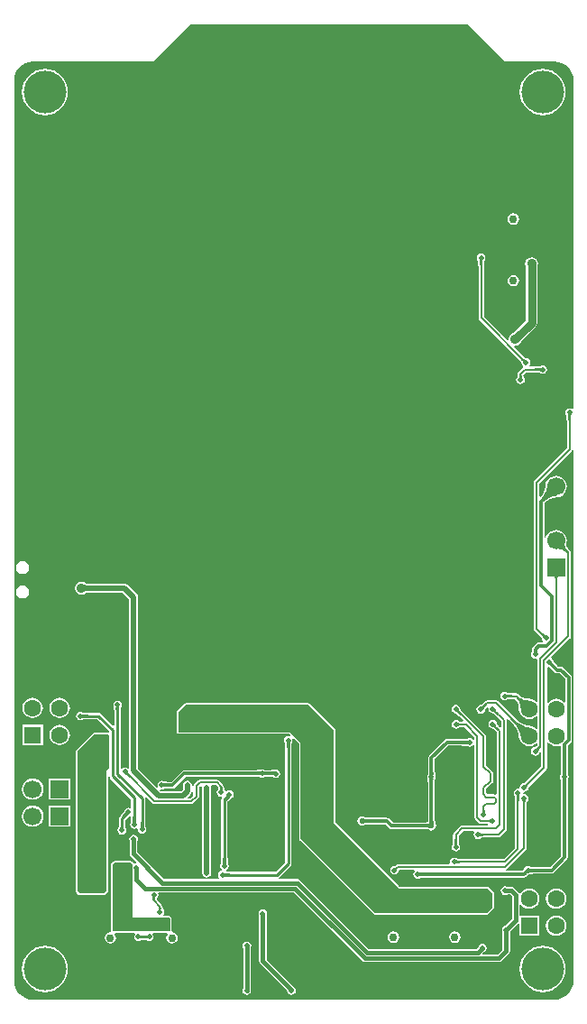
<source format=gbl>
G04*
G04 #@! TF.GenerationSoftware,Altium Limited,Altium Designer,19.0.10 (269)*
G04*
G04 Layer_Physical_Order=2*
G04 Layer_Color=16711680*
%FSLAX25Y25*%
%MOIN*%
G70*
G01*
G75*
%ADD17C,0.00800*%
%ADD18C,0.01500*%
%ADD109C,0.03000*%
%ADD110C,0.01200*%
%ADD111C,0.01100*%
%ADD112C,0.02000*%
%ADD113C,0.06299*%
%ADD114R,0.06299X0.06299*%
%ADD115C,0.06693*%
%ADD116R,0.06693X0.06693*%
%ADD117R,0.06693X0.06693*%
%ADD118R,0.06299X0.06299*%
%ADD119C,0.02953*%
%ADD120O,0.04724X0.07874*%
%ADD121O,0.04724X0.09055*%
%ADD122O,0.07874X0.04724*%
%ADD123O,0.09055X0.04724*%
%ADD124C,0.01968*%
%ADD125C,0.02165*%
%ADD126C,0.03500*%
%ADD127C,0.15748*%
%ADD128C,0.00500*%
G36*
X365099Y463301D02*
X365397Y463102D01*
X365748Y463033D01*
X383957D01*
X383961Y463033D01*
X385314Y462900D01*
X386619Y462504D01*
X387822Y461861D01*
X388876Y460996D01*
X389742Y459942D01*
X390385Y458739D01*
X390780Y457434D01*
X390914Y456080D01*
X390913Y456076D01*
Y334835D01*
X390413Y334605D01*
X390067Y334836D01*
X389449Y334959D01*
X388831Y334836D01*
X388307Y334486D01*
X387957Y333962D01*
X387833Y333344D01*
X387957Y332725D01*
X388211Y332345D01*
X388221Y332304D01*
X388222Y332295D01*
X388225Y332287D01*
X388233Y332259D01*
X388249Y332236D01*
X388254Y332227D01*
X388277Y332156D01*
X388304Y332034D01*
X388329Y331884D01*
X388397Y330812D01*
X388399Y330470D01*
X388429Y330400D01*
Y320107D01*
X376602Y308280D01*
X376381Y307949D01*
X376303Y307559D01*
Y253459D01*
X376381Y253068D01*
X376602Y252738D01*
X377951Y251388D01*
X377978Y251320D01*
X377983Y251318D01*
X377985Y251312D01*
X378229Y251064D01*
X378631Y250629D01*
X378921Y250274D01*
X379014Y250142D01*
X379080Y250035D01*
X379113Y249968D01*
X379117Y249955D01*
X379122Y249923D01*
X379165Y249848D01*
X379257Y249382D01*
X379564Y248923D01*
X379489Y248652D01*
X379358Y248424D01*
X378066D01*
X377598Y248330D01*
X377201Y248065D01*
X375894Y246759D01*
X375629Y246362D01*
X375536Y245893D01*
Y245036D01*
X375267Y244634D01*
X375144Y244016D01*
X375267Y243398D01*
X375617Y242874D01*
X376141Y242523D01*
X376760Y242401D01*
X377130Y242474D01*
X377596Y242160D01*
X377630Y242103D01*
Y226704D01*
X377484Y226654D01*
X377130Y226583D01*
X376391Y227150D01*
X375479Y227528D01*
X374500Y227657D01*
X374395Y227643D01*
X374332Y227670D01*
X374329Y227668D01*
X374326Y227670D01*
X373902Y227666D01*
X373515Y227699D01*
X373133Y227768D01*
X372756Y227874D01*
X372381Y228017D01*
X372009Y228198D01*
X371638Y228418D01*
X371269Y228679D01*
X370901Y228981D01*
X370520Y229339D01*
X370383Y229391D01*
X370182Y229525D01*
X369792Y229602D01*
X368377D01*
X368306Y229632D01*
X367956Y229635D01*
X367361Y229658D01*
X366903Y229701D01*
X366742Y229727D01*
X366620Y229755D01*
X366550Y229778D01*
X366541Y229782D01*
X366518Y229799D01*
X366489Y229806D01*
X366481Y229810D01*
X366472Y229810D01*
X366431Y229821D01*
X366051Y230075D01*
X365433Y230198D01*
X364815Y230075D01*
X364291Y229725D01*
X363941Y229201D01*
X363818Y228583D01*
X363941Y227964D01*
X364291Y227441D01*
X364815Y227090D01*
X365433Y226967D01*
X366051Y227090D01*
X366431Y227344D01*
X366472Y227355D01*
X366481Y227355D01*
X366489Y227359D01*
X366518Y227367D01*
X366541Y227383D01*
X366550Y227388D01*
X366620Y227410D01*
X366742Y227438D01*
X366893Y227462D01*
X367965Y227531D01*
X368306Y227533D01*
X368377Y227563D01*
X369310D01*
X369394Y227474D01*
X369696Y227106D01*
X369957Y226736D01*
X370177Y226366D01*
X370358Y225993D01*
X370501Y225619D01*
X370607Y225242D01*
X370676Y224860D01*
X370709Y224473D01*
X370706Y224048D01*
X370707Y224046D01*
X370706Y224043D01*
X370732Y223980D01*
X370718Y223875D01*
X370847Y222896D01*
X371225Y221984D01*
X371826Y221201D01*
X372609Y220600D01*
X373521Y220222D01*
X374500Y220093D01*
X375479Y220222D01*
X376391Y220600D01*
X377130Y221167D01*
X377484Y221096D01*
X377630Y221046D01*
Y216704D01*
X377484Y216654D01*
X377130Y216583D01*
X376391Y217150D01*
X375479Y217528D01*
X374591Y217645D01*
X374535Y217672D01*
X374043Y217706D01*
X373564Y217803D01*
X373048Y217969D01*
X372498Y218210D01*
X371915Y218525D01*
X371300Y218917D01*
X370661Y219382D01*
X369275Y220564D01*
X368545Y221269D01*
X368476Y221296D01*
X363116Y226655D01*
X362785Y226876D01*
X362395Y226954D01*
X358884D01*
X358493Y226876D01*
X358162Y226655D01*
X358010Y226503D01*
X357940Y226474D01*
X357690Y226229D01*
X357253Y225824D01*
X356898Y225531D01*
X356767Y225436D01*
X356660Y225369D01*
X356594Y225335D01*
X356585Y225332D01*
X356557Y225328D01*
X356532Y225313D01*
X356523Y225310D01*
X356517Y225304D01*
X356480Y225282D01*
X356032Y225193D01*
X355508Y224843D01*
X355157Y224319D01*
X355035Y223701D01*
X355157Y223083D01*
X355508Y222559D01*
X356032Y222208D01*
X356650Y222085D01*
X357268Y222208D01*
X357792Y222559D01*
X358142Y223083D01*
X358231Y223531D01*
X358253Y223568D01*
X358259Y223574D01*
X358262Y223583D01*
X358277Y223608D01*
X358281Y223636D01*
X358284Y223645D01*
X358318Y223711D01*
X358385Y223817D01*
X358474Y223941D01*
X358922Y224450D01*
X359054Y224446D01*
X359462Y223932D01*
X359450Y223876D01*
X359573Y223258D01*
X359923Y222734D01*
X360448Y222383D01*
X360896Y222294D01*
X360932Y222273D01*
X360939Y222267D01*
X360947Y222264D01*
X360973Y222249D01*
X361001Y222245D01*
X361010Y222241D01*
X361076Y222207D01*
X361182Y222141D01*
X361306Y222052D01*
X362112Y221341D01*
X362355Y221102D01*
X362426Y221074D01*
X364256Y219244D01*
Y217134D01*
X364155Y217077D01*
X363756Y216984D01*
X363594Y217149D01*
X363189Y217586D01*
X362896Y217941D01*
X362801Y218072D01*
X362734Y218178D01*
X362700Y218245D01*
X362697Y218254D01*
X362693Y218282D01*
X362678Y218307D01*
X362674Y218316D01*
X362669Y218322D01*
X362647Y218359D01*
X362558Y218807D01*
X362208Y219331D01*
X361684Y219681D01*
X361066Y219804D01*
X360448Y219681D01*
X359923Y219331D01*
X359573Y218807D01*
X359450Y218189D01*
X359573Y217571D01*
X359923Y217047D01*
X360448Y216697D01*
X360896Y216607D01*
X360932Y216586D01*
X360939Y216580D01*
X360947Y216577D01*
X360973Y216562D01*
X361001Y216558D01*
X361010Y216554D01*
X361076Y216521D01*
X361182Y216454D01*
X361306Y216365D01*
X362112Y215655D01*
X362355Y215415D01*
X362426Y215387D01*
X362518Y215295D01*
Y192362D01*
X362018Y192114D01*
X361886Y192202D01*
X361496Y192279D01*
X359162D01*
X358657Y192785D01*
Y194302D01*
X360878Y196523D01*
X361100Y196854D01*
X361177Y197244D01*
Y199986D01*
X361100Y200376D01*
X360878Y200707D01*
X358657Y202928D01*
Y213622D01*
X358580Y214012D01*
X358359Y214343D01*
X350251Y222451D01*
X350224Y222519D01*
X349557Y223220D01*
X349261Y223572D01*
X349164Y223703D01*
X349095Y223808D01*
X349060Y223873D01*
X349058Y223877D01*
X349055Y223898D01*
X349043Y223917D01*
X349034Y223940D01*
X349019Y223956D01*
X349006Y223976D01*
X348922Y224398D01*
X348572Y224922D01*
X348048Y225272D01*
X347430Y225395D01*
X346812Y225272D01*
X346288Y224922D01*
X345938Y224398D01*
X345815Y223780D01*
X345938Y223161D01*
X346288Y222637D01*
X346812Y222287D01*
X347288Y222193D01*
X347362Y222151D01*
X347397Y222146D01*
X347411Y222142D01*
X347479Y222109D01*
X347586Y222044D01*
X347709Y221958D01*
X348515Y221256D01*
X348756Y221020D01*
X348766Y221016D01*
X348770Y221006D01*
X348836Y220982D01*
X350157Y219661D01*
X349957Y219171D01*
X349948Y219163D01*
X349358Y219185D01*
X348900Y219229D01*
X348739Y219255D01*
X348617Y219283D01*
X348547Y219305D01*
X348538Y219309D01*
X348515Y219326D01*
X348486Y219334D01*
X348478Y219338D01*
X348469Y219338D01*
X348429Y219349D01*
X348048Y219603D01*
X347430Y219725D01*
X346812Y219603D01*
X346288Y219252D01*
X345938Y218728D01*
X345815Y218110D01*
X345938Y217492D01*
X346288Y216968D01*
X346812Y216618D01*
X347430Y216495D01*
X348048Y216618D01*
X348429Y216872D01*
X348469Y216882D01*
X348478Y216883D01*
X348486Y216887D01*
X348515Y216894D01*
X348538Y216911D01*
X348547Y216915D01*
X348617Y216938D01*
X348739Y216966D01*
X348890Y216990D01*
X349962Y217058D01*
X350303Y217061D01*
X350374Y217091D01*
X350680D01*
X354347Y213423D01*
Y212559D01*
X353847Y212407D01*
X353690Y212642D01*
X353166Y212992D01*
X352548Y213115D01*
X351930Y212992D01*
X351702Y212840D01*
X349771Y212751D01*
X349717Y212725D01*
X344179D01*
X343711Y212632D01*
X343314Y212367D01*
X337542Y206596D01*
X337277Y206199D01*
X337184Y205730D01*
Y201521D01*
X337158Y201461D01*
X337134Y199986D01*
X337114Y199686D01*
X337105Y199621D01*
X337100Y199596D01*
X336915Y199320D01*
X336792Y198702D01*
X336915Y198084D01*
X337068Y197855D01*
X337159Y195922D01*
X337185Y195869D01*
Y183768D01*
X337159Y183709D01*
X337133Y182332D01*
X337106Y181963D01*
X335729Y181881D01*
X335339Y181879D01*
X335278Y181853D01*
X324208D01*
X322755Y183306D01*
X322358Y183571D01*
X321890Y183665D01*
X315894D01*
X315835Y183690D01*
X314459Y183716D01*
X314033Y183747D01*
X313899Y183764D01*
X313822Y183779D01*
X313764Y183797D01*
X313757Y183796D01*
X313412Y184026D01*
X312756Y184157D01*
X312099Y184026D01*
X311543Y183654D01*
X311171Y183098D01*
X311040Y182441D01*
X311171Y181784D01*
X311543Y181228D01*
X312099Y180856D01*
X312756Y180725D01*
X313412Y180856D01*
X313757Y181086D01*
X313764Y181085D01*
X313782Y181091D01*
X315436Y181190D01*
X315825Y181192D01*
X315887Y181217D01*
X321383D01*
X322836Y179765D01*
X323233Y179499D01*
X323701Y179406D01*
X335271D01*
X335330Y179381D01*
X336706Y179354D01*
X337132Y179324D01*
X337265Y179307D01*
X337343Y179292D01*
X337401Y179274D01*
X337408Y179275D01*
X337752Y179045D01*
X338409Y178914D01*
X339065Y179045D01*
X339622Y179417D01*
X339994Y179973D01*
X340124Y180630D01*
X339994Y181287D01*
X339763Y181631D01*
X339764Y181638D01*
X339758Y181657D01*
X339659Y183310D01*
X339658Y183700D01*
X339632Y183761D01*
Y195883D01*
X339657Y195943D01*
X339681Y197418D01*
X339702Y197718D01*
X339710Y197783D01*
X339716Y197808D01*
X339900Y198084D01*
X340023Y198702D01*
X339900Y199320D01*
X339747Y199549D01*
X339656Y201481D01*
X339631Y201535D01*
Y205224D01*
X344686Y210278D01*
X349728D01*
X349787Y210253D01*
X351262Y210228D01*
X351561Y210208D01*
X351626Y210199D01*
X351652Y210193D01*
X351930Y210008D01*
X352548Y209885D01*
X353166Y210008D01*
X353690Y210358D01*
X353847Y210593D01*
X354347Y210441D01*
Y183767D01*
X354425Y183377D01*
X354646Y183046D01*
X355972Y181720D01*
X356303Y181499D01*
X356693Y181421D01*
X358080D01*
X358151Y181392D01*
X358500Y181389D01*
X359075Y181367D01*
X359356Y181320D01*
X359315Y180820D01*
X349694D01*
X349304Y180742D01*
X348973Y180521D01*
X346709Y178258D01*
X346488Y177927D01*
X346410Y177537D01*
Y175699D01*
X346381Y175629D01*
X346378Y175279D01*
X346355Y174684D01*
X346311Y174226D01*
X346286Y174065D01*
X346258Y173943D01*
X346235Y173872D01*
X346231Y173863D01*
X346214Y173841D01*
X346207Y173812D01*
X346203Y173804D01*
X346202Y173795D01*
X346192Y173754D01*
X345938Y173374D01*
X345815Y172756D01*
X345938Y172138D01*
X346288Y171614D01*
X346812Y171264D01*
X347430Y171141D01*
X348048Y171264D01*
X348572Y171614D01*
X348922Y172138D01*
X349045Y172756D01*
X348922Y173374D01*
X348668Y173754D01*
X348658Y173795D01*
X348657Y173804D01*
X348654Y173812D01*
X348646Y173841D01*
X348629Y173863D01*
X348625Y173872D01*
X348602Y173943D01*
X348575Y174065D01*
X348550Y174215D01*
X348482Y175288D01*
X348480Y175629D01*
X348450Y175699D01*
Y177114D01*
X350116Y178781D01*
X354005D01*
X354273Y178281D01*
X354098Y178020D01*
X353975Y177402D01*
X354098Y176783D01*
X354448Y176259D01*
X354972Y175909D01*
X355591Y175786D01*
X356209Y175909D01*
X356589Y176163D01*
X356630Y176174D01*
X356639Y176174D01*
X356647Y176178D01*
X356676Y176186D01*
X356698Y176202D01*
X356707Y176207D01*
X356778Y176229D01*
X356900Y176257D01*
X357050Y176281D01*
X358122Y176349D01*
X358464Y176352D01*
X358534Y176382D01*
X363132D01*
X363523Y176460D01*
X363853Y176681D01*
X365997Y178824D01*
X366218Y179155D01*
X366295Y179545D01*
Y219666D01*
X366241Y219939D01*
X366656Y220232D01*
X367040Y219848D01*
X367067Y219778D01*
X367777Y219044D01*
X368967Y217654D01*
X369437Y217015D01*
X369833Y216401D01*
X370153Y215821D01*
X370397Y215275D01*
X370567Y214766D01*
X370666Y214295D01*
X370703Y213813D01*
X370734Y213751D01*
X370847Y212896D01*
X371225Y211984D01*
X371826Y211201D01*
X372609Y210600D01*
X373521Y210222D01*
X374500Y210093D01*
X375479Y210222D01*
X376391Y210600D01*
X377130Y211167D01*
X377484Y211096D01*
X377630Y211046D01*
Y210427D01*
X377529Y210331D01*
X377201Y210055D01*
X377068Y209958D01*
X376950Y209881D01*
X376853Y209827D01*
X376782Y209795D01*
X376745Y209783D01*
X376684Y209774D01*
X376584Y209712D01*
X376232Y209642D01*
X375708Y209292D01*
X375358Y208768D01*
X375235Y208150D01*
X375358Y207532D01*
X375708Y207008D01*
X376232Y206658D01*
X376850Y206535D01*
X377468Y206658D01*
X377993Y207008D01*
X378343Y207532D01*
X378396Y207799D01*
X378673Y207928D01*
X378881Y207826D01*
X379043Y207668D01*
Y202612D01*
X374037Y197605D01*
X373966Y197576D01*
X373717Y197331D01*
X373280Y196926D01*
X372925Y196633D01*
X372793Y196538D01*
X372687Y196471D01*
X372621Y196437D01*
X372611Y196434D01*
X372584Y196430D01*
X372558Y196415D01*
X372550Y196412D01*
X372543Y196406D01*
X372507Y196384D01*
X372058Y196295D01*
X371534Y195945D01*
X371184Y195421D01*
X371061Y194803D01*
X371067Y194772D01*
X370642Y194346D01*
X370394Y194396D01*
X369776Y194273D01*
X369251Y193923D01*
X368901Y193399D01*
X368778Y192780D01*
X368901Y192162D01*
X369156Y191782D01*
X369166Y191741D01*
X369166Y191733D01*
X369170Y191724D01*
X369178Y191696D01*
X369194Y191673D01*
X369199Y191664D01*
X369221Y191593D01*
X369249Y191471D01*
X369273Y191321D01*
X369341Y190249D01*
X369344Y189907D01*
X369374Y189837D01*
Y172560D01*
X365236Y168421D01*
X349725D01*
X349655Y168451D01*
X349305Y168454D01*
X348709Y168476D01*
X348251Y168520D01*
X348091Y168546D01*
X347969Y168574D01*
X347898Y168597D01*
X347889Y168601D01*
X347867Y168618D01*
X347838Y168625D01*
X347829Y168629D01*
X347821Y168629D01*
X347780Y168640D01*
X347400Y168894D01*
X346781Y169017D01*
X346163Y168894D01*
X345639Y168544D01*
X345289Y168020D01*
X345166Y167402D01*
X345259Y166937D01*
X344965Y166437D01*
X325903D01*
X325513Y166359D01*
X325301Y166217D01*
X325162Y166160D01*
X324843Y165842D01*
X324734Y165864D01*
X324116Y165741D01*
X323592Y165390D01*
X323242Y164866D01*
X323119Y164248D01*
X323242Y163630D01*
X323592Y163106D01*
X324116Y162756D01*
X324734Y162633D01*
X325352Y162756D01*
X325876Y163106D01*
X326226Y163630D01*
X326349Y164248D01*
X326830Y164398D01*
X332003D01*
X332155Y163898D01*
X332147Y163892D01*
X331797Y163368D01*
X331674Y162750D01*
X331797Y162132D01*
X332147Y161608D01*
X332671Y161258D01*
X333290Y161135D01*
X333908Y161258D01*
X334136Y161411D01*
X336069Y161502D01*
X336122Y161527D01*
X372495D01*
X372964Y161620D01*
X373254Y161814D01*
X373375Y161863D01*
X373551Y162036D01*
X373856Y162318D01*
X374101Y162517D01*
X374184Y162576D01*
X374247Y162615D01*
X374274Y162628D01*
X374313Y162641D01*
X374334Y162660D01*
X374820Y162757D01*
X375049Y162909D01*
X376981Y163000D01*
X377035Y163025D01*
X382851D01*
X383319Y163119D01*
X383716Y163384D01*
X388424Y168092D01*
X388689Y168489D01*
X388783Y168957D01*
Y195921D01*
X388808Y195981D01*
X388832Y197456D01*
X388853Y197756D01*
X388861Y197821D01*
X388867Y197846D01*
X389051Y198122D01*
X389174Y198740D01*
X389051Y199358D01*
X388898Y199587D01*
X388808Y201519D01*
X388783Y201573D01*
Y210276D01*
X389990Y211484D01*
X390255Y211881D01*
X390349Y212349D01*
Y235401D01*
X390255Y235869D01*
X389990Y236266D01*
X387167Y239090D01*
X386770Y239355D01*
X386302Y239448D01*
X385353D01*
X384906Y239896D01*
X384882Y239956D01*
X383856Y241016D01*
X383658Y241242D01*
X383618Y241294D01*
X383604Y241316D01*
X383540Y241642D01*
X383189Y242166D01*
X382796Y242429D01*
X382649Y242990D01*
X389567Y249908D01*
X389788Y250239D01*
X389866Y250629D01*
Y281653D01*
X389788Y282044D01*
X389653Y282246D01*
X389600Y282383D01*
X389280Y282721D01*
X389017Y283034D01*
X388798Y283333D01*
X388623Y283617D01*
X388490Y283883D01*
X388398Y284132D01*
X388342Y284363D01*
X388319Y284577D01*
X388327Y284779D01*
X388373Y285022D01*
X388360Y285083D01*
X388384Y285142D01*
X388371Y285172D01*
X388480Y286000D01*
X388345Y287030D01*
X387947Y287990D01*
X387315Y288815D01*
X386490Y289447D01*
X385530Y289845D01*
X384500Y289981D01*
X383470Y289845D01*
X382510Y289447D01*
X381685Y288815D01*
X381053Y287990D01*
X380655Y287030D01*
X380646Y286964D01*
X380146Y286996D01*
Y299859D01*
X380260Y299966D01*
X380724Y300352D01*
X381200Y300697D01*
X381687Y301003D01*
X382187Y301269D01*
X382698Y301496D01*
X383223Y301685D01*
X383761Y301835D01*
X384314Y301948D01*
X384904Y302025D01*
X385011Y302087D01*
X385530Y302155D01*
X386490Y302553D01*
X387315Y303185D01*
X387947Y304010D01*
X388345Y304970D01*
X388480Y306000D01*
X388345Y307030D01*
X387947Y307990D01*
X387315Y308815D01*
X386490Y309447D01*
X385530Y309845D01*
X384500Y309981D01*
X383470Y309845D01*
X382510Y309447D01*
X381685Y308815D01*
X381053Y307990D01*
X380655Y307030D01*
X380587Y306511D01*
X380525Y306404D01*
X380448Y305814D01*
X380335Y305261D01*
X380185Y304723D01*
X379996Y304198D01*
X379769Y303686D01*
X379503Y303187D01*
X379197Y302700D01*
X378852Y302224D01*
X378842Y302213D01*
X378342Y302394D01*
Y307137D01*
X390170Y318964D01*
X390391Y319295D01*
X390413Y319407D01*
X390913Y319358D01*
Y123399D01*
X390914Y123395D01*
X390780Y122042D01*
X390385Y120737D01*
X389742Y119534D01*
X388876Y118479D01*
X387822Y117614D01*
X386619Y116971D01*
X385314Y116575D01*
X383961Y116442D01*
X383957Y116443D01*
X191043D01*
X191040Y116442D01*
X189686Y116575D01*
X188381Y116971D01*
X187178Y117614D01*
X186124Y118479D01*
X185258Y119534D01*
X184615Y120737D01*
X184220Y122042D01*
X184086Y123395D01*
X184087Y123399D01*
Y456076D01*
X184086Y456080D01*
X184220Y457434D01*
X184615Y458739D01*
X185258Y459942D01*
X186124Y460996D01*
X187178Y461861D01*
X188381Y462504D01*
X189686Y462900D01*
X191040Y463033D01*
X191043Y463033D01*
X235335D01*
X235686Y463102D01*
X235983Y463301D01*
X249494Y476812D01*
X351588D01*
X365099Y463301D01*
D02*
G37*
G36*
X390089Y332573D02*
X390038Y332466D01*
X389994Y332328D01*
X389955Y332158D01*
X389923Y331957D01*
X389876Y331459D01*
X389852Y330835D01*
X389849Y330476D01*
X389049D01*
X389046Y330835D01*
X388975Y331957D01*
X388942Y332158D01*
X388904Y332328D01*
X388859Y332466D01*
X388809Y332573D01*
X388752Y332648D01*
X390145D01*
X390089Y332573D01*
D02*
G37*
G36*
X384819Y302669D02*
X384207Y302589D01*
X383609Y302467D01*
X383025Y302304D01*
X382456Y302099D01*
X381902Y301853D01*
X381362Y301565D01*
X380836Y301236D01*
X380325Y300865D01*
X379829Y300452D01*
X379347Y299999D01*
X378499Y300847D01*
X378952Y301329D01*
X379365Y301825D01*
X379736Y302336D01*
X380065Y302862D01*
X380353Y303402D01*
X380599Y303956D01*
X380804Y304525D01*
X380967Y305109D01*
X381089Y305707D01*
X381169Y306319D01*
X384819Y302669D01*
D02*
G37*
G36*
X387680Y284852D02*
X387669Y284556D01*
X387701Y284252D01*
X387775Y283942D01*
X387893Y283625D01*
X388054Y283301D01*
X388259Y282970D01*
X388506Y282632D01*
X388796Y282288D01*
X389129Y281936D01*
X388564Y281371D01*
X388212Y281704D01*
X387868Y281994D01*
X387530Y282242D01*
X387199Y282446D01*
X386875Y282607D01*
X386558Y282725D01*
X386248Y282799D01*
X385944Y282831D01*
X385648Y282820D01*
X385358Y282766D01*
X387735Y285142D01*
X387680Y284852D01*
D02*
G37*
G36*
X385258Y272654D02*
X385190Y272618D01*
X385130Y272557D01*
X385078Y272474D01*
X385034Y272365D01*
X384998Y272234D01*
X384970Y272078D01*
X384950Y271898D01*
X384934Y271465D01*
X384134D01*
X384130Y271694D01*
X384098Y272078D01*
X384070Y272234D01*
X384034Y272365D01*
X383990Y272474D01*
X383938Y272557D01*
X383878Y272618D01*
X383810Y272654D01*
X383734Y272666D01*
X385334D01*
X385258Y272654D01*
D02*
G37*
G36*
X379285Y252066D02*
X380290Y251199D01*
X380435Y251106D01*
X380561Y251039D01*
X380669Y250998D01*
X380758Y250984D01*
X379766Y250007D01*
X379753Y250104D01*
X379714Y250218D01*
X379648Y250350D01*
X379556Y250500D01*
X379438Y250667D01*
X379121Y251055D01*
X378699Y251512D01*
X378448Y251768D01*
X379028Y252319D01*
X379285Y252066D01*
D02*
G37*
G36*
X383045Y240985D02*
X383087Y240920D01*
X383156Y240830D01*
X383377Y240576D01*
X384415Y239504D01*
X383567Y238656D01*
X382047Y240039D01*
X383032Y241024D01*
X383045Y240985D01*
D02*
G37*
G36*
X366204Y229223D02*
X366311Y229172D01*
X366449Y229128D01*
X366619Y229089D01*
X366820Y229057D01*
X367318Y229009D01*
X367942Y228986D01*
X368301Y228983D01*
Y228183D01*
X367942Y228180D01*
X366820Y228109D01*
X366619Y228076D01*
X366449Y228037D01*
X366311Y227993D01*
X366204Y227943D01*
X366129Y227886D01*
Y229279D01*
X366204Y229223D01*
D02*
G37*
G36*
X381699Y239478D02*
X383129Y238176D01*
X383185Y238155D01*
X383981Y237359D01*
X384378Y237094D01*
X384846Y237001D01*
X385795D01*
X387902Y234894D01*
Y226423D01*
X387402Y226253D01*
X387174Y226549D01*
X386391Y227150D01*
X385479Y227528D01*
X384500Y227657D01*
X383521Y227528D01*
X382609Y227150D01*
X381826Y226549D01*
X381583Y226232D01*
X381083Y226402D01*
Y239207D01*
X381583Y239501D01*
X381699Y239478D01*
D02*
G37*
G36*
X370472Y228493D02*
X370875Y228162D01*
X371285Y227873D01*
X371701Y227626D01*
X372123Y227420D01*
X372552Y227257D01*
X372987Y227135D01*
X373429Y227055D01*
X373877Y227016D01*
X374332Y227020D01*
X371355Y224043D01*
X371358Y224498D01*
X371320Y224946D01*
X371240Y225388D01*
X371118Y225823D01*
X370955Y226252D01*
X370749Y226674D01*
X370502Y227090D01*
X370213Y227500D01*
X369882Y227903D01*
X369510Y228300D01*
X370075Y228866D01*
X370472Y228493D01*
D02*
G37*
G36*
X358961Y225446D02*
X358709Y225190D01*
X357966Y224346D01*
X357846Y224181D01*
X357754Y224033D01*
X357687Y223904D01*
X357647Y223793D01*
X357634Y223700D01*
X356649Y224685D01*
X356742Y224698D01*
X356853Y224738D01*
X356982Y224804D01*
X357130Y224897D01*
X357295Y225017D01*
X357681Y225335D01*
X358139Y225760D01*
X358395Y226011D01*
X358961Y225446D01*
D02*
G37*
G36*
X362063Y223783D02*
X362103Y223672D01*
X362169Y223543D01*
X362262Y223396D01*
X362382Y223230D01*
X362700Y222845D01*
X363124Y222387D01*
X363376Y222131D01*
X362811Y221565D01*
X362554Y221817D01*
X361711Y222560D01*
X361546Y222679D01*
X361398Y222772D01*
X361269Y222838D01*
X361158Y222878D01*
X361065Y222892D01*
X362050Y223876D01*
X362063Y223783D01*
D02*
G37*
G36*
X348429Y223705D02*
X348469Y223600D01*
X348537Y223475D01*
X348631Y223332D01*
X348752Y223169D01*
X349073Y222787D01*
X349754Y222071D01*
X349211Y221483D01*
X348956Y221734D01*
X348110Y222470D01*
X347942Y222588D01*
X347791Y222679D01*
X347657Y222744D01*
X347540Y222783D01*
X347441Y222795D01*
X348414Y223792D01*
X348429Y223705D01*
D02*
G37*
G36*
X348201Y218750D02*
X348307Y218700D01*
X348446Y218655D01*
X348616Y218617D01*
X348817Y218584D01*
X349315Y218537D01*
X349939Y218513D01*
X350298Y218510D01*
Y217710D01*
X349939Y217707D01*
X348817Y217636D01*
X348616Y217603D01*
X348446Y217565D01*
X348307Y217520D01*
X348201Y217470D01*
X348126Y217414D01*
Y218807D01*
X348201Y218750D01*
D02*
G37*
G36*
X362063Y218097D02*
X362103Y217986D01*
X362169Y217856D01*
X362262Y217709D01*
X362382Y217544D01*
X362700Y217158D01*
X363124Y216700D01*
X363376Y216444D01*
X362811Y215878D01*
X362554Y216130D01*
X361711Y216873D01*
X361546Y216992D01*
X361398Y217085D01*
X361269Y217152D01*
X361158Y217191D01*
X361065Y217205D01*
X362050Y218190D01*
X362063Y218097D01*
D02*
G37*
G36*
X368839Y220082D02*
X370259Y218872D01*
X370934Y218381D01*
X371585Y217965D01*
X372213Y217625D01*
X372818Y217361D01*
X373399Y217173D01*
X373957Y217061D01*
X374491Y217025D01*
X371350Y213862D01*
X371310Y214387D01*
X371195Y214937D01*
X371003Y215511D01*
X370735Y216110D01*
X370391Y216735D01*
X369971Y217384D01*
X369476Y218058D01*
X368257Y219481D01*
X367534Y220230D01*
X368094Y220801D01*
X368839Y220082D01*
D02*
G37*
G36*
X351852Y210804D02*
X351814Y210823D01*
X351739Y210839D01*
X351626Y210854D01*
X351290Y210877D01*
X349798Y210902D01*
X349801Y212102D01*
X351853Y212197D01*
X351852Y210804D01*
D02*
G37*
G36*
X378932Y209666D02*
X378730Y209459D01*
X378245Y208902D01*
X378125Y208738D01*
X378025Y208586D01*
X377946Y208444D01*
X377887Y208313D01*
X377850Y208193D01*
X377833Y208085D01*
X376785Y209132D01*
X376894Y209149D01*
X377013Y209187D01*
X377144Y209245D01*
X377286Y209325D01*
X377438Y209424D01*
X377602Y209544D01*
X377962Y209847D01*
X378367Y210232D01*
X378932Y209666D01*
D02*
G37*
G36*
X388256Y199436D02*
X386863D01*
X386881Y199474D01*
X386897Y199549D01*
X386912Y199661D01*
X386935Y199997D01*
X386959Y201489D01*
X388159D01*
X388256Y199436D01*
D02*
G37*
G36*
X339104Y199397D02*
X337711D01*
X337730Y199435D01*
X337746Y199510D01*
X337760Y199623D01*
X337784Y199959D01*
X337808Y201450D01*
X339008D01*
X339104Y199397D01*
D02*
G37*
G36*
X388237Y198007D02*
X388221Y197932D01*
X388206Y197819D01*
X388183Y197483D01*
X388159Y195991D01*
X386959D01*
X386863Y198045D01*
X388256D01*
X388237Y198007D01*
D02*
G37*
G36*
X339086Y197968D02*
X339070Y197894D01*
X339055Y197781D01*
X339032Y197445D01*
X339008Y195954D01*
X337808Y195953D01*
X337711Y198006D01*
X339104Y198006D01*
X339086Y197968D01*
D02*
G37*
G36*
X374987Y196548D02*
X374735Y196292D01*
X373992Y195448D01*
X373873Y195283D01*
X373780Y195135D01*
X373714Y195006D01*
X373674Y194895D01*
X373661Y194802D01*
X372676Y195787D01*
X372769Y195800D01*
X372880Y195840D01*
X373009Y195906D01*
X373156Y195999D01*
X373322Y196119D01*
X373707Y196437D01*
X374165Y196862D01*
X374421Y197113D01*
X374987Y196548D01*
D02*
G37*
G36*
X371034Y192010D02*
X370983Y191903D01*
X370939Y191765D01*
X370900Y191595D01*
X370868Y191394D01*
X370820Y190896D01*
X370797Y190272D01*
X370794Y189913D01*
X369994D01*
X369991Y190272D01*
X369920Y191394D01*
X369887Y191595D01*
X369848Y191765D01*
X369804Y191903D01*
X369754Y192010D01*
X369697Y192085D01*
X371090D01*
X371034Y192010D01*
D02*
G37*
G36*
X373238Y190017D02*
X373188Y189910D01*
X373144Y189772D01*
X373105Y189602D01*
X373073Y189400D01*
X373025Y188903D01*
X373001Y188279D01*
X372998Y187920D01*
X372198D01*
X372196Y188279D01*
X372124Y189400D01*
X372092Y189602D01*
X372053Y189772D01*
X372009Y189910D01*
X371958Y190017D01*
X371902Y190092D01*
X373295D01*
X373238Y190017D01*
D02*
G37*
G36*
X358041Y187154D02*
X358112Y186033D01*
X358144Y185831D01*
X358183Y185661D01*
X358227Y185523D01*
X358278Y185416D01*
X358334Y185341D01*
X356941D01*
X356998Y185416D01*
X357048Y185523D01*
X357093Y185661D01*
X357131Y185831D01*
X357164Y186033D01*
X357211Y186530D01*
X357235Y187154D01*
X357238Y187513D01*
X358038D01*
X358041Y187154D01*
D02*
G37*
G36*
X360328Y181745D02*
X360253Y181801D01*
X360146Y181851D01*
X360008Y181896D01*
X359838Y181934D01*
X359637Y181967D01*
X359139Y182014D01*
X358515Y182038D01*
X358156Y182041D01*
Y182841D01*
X358515Y182844D01*
X359637Y182915D01*
X359838Y182948D01*
X360008Y182986D01*
X360146Y183031D01*
X360253Y183081D01*
X360328Y183137D01*
Y181745D01*
D02*
G37*
G36*
X313574Y183175D02*
X313666Y183147D01*
X313798Y183122D01*
X313969Y183101D01*
X314429Y183068D01*
X315823Y183041D01*
Y181841D01*
X315415Y181839D01*
X313666Y181735D01*
X313574Y181706D01*
X313521Y181675D01*
Y183207D01*
X313574Y183175D01*
D02*
G37*
G36*
X339010Y183290D02*
X339115Y181541D01*
X339143Y181448D01*
X339175Y181395D01*
X337644Y181395D01*
Y179864D01*
X337591Y179895D01*
X337498Y179924D01*
X337367Y179949D01*
X337196Y179970D01*
X336735Y180003D01*
X335342Y180030D01*
Y181230D01*
X335750Y181232D01*
X337498Y181336D01*
X337591Y181364D01*
X337643Y181396D01*
X337674Y181448D01*
X337702Y181540D01*
X337727Y181672D01*
X337749Y181843D01*
X337782Y182303D01*
X337808Y183696D01*
X339008Y183697D01*
X339010Y183290D01*
D02*
G37*
G36*
X356361Y178042D02*
X356468Y177991D01*
X356606Y177947D01*
X356776Y177908D01*
X356978Y177876D01*
X357475Y177828D01*
X358099Y177805D01*
X358458Y177802D01*
Y177002D01*
X358099Y176999D01*
X356978Y176927D01*
X356776Y176895D01*
X356606Y176856D01*
X356468Y176812D01*
X356361Y176761D01*
X356286Y176705D01*
Y178098D01*
X356361Y178042D01*
D02*
G37*
G36*
X347833Y175264D02*
X347904Y174143D01*
X347937Y173942D01*
X347975Y173772D01*
X348020Y173633D01*
X348070Y173527D01*
X348127Y173451D01*
X346734D01*
X346790Y173527D01*
X346840Y173633D01*
X346885Y173772D01*
X346923Y173942D01*
X346956Y174143D01*
X347003Y174641D01*
X347027Y175264D01*
X347030Y175624D01*
X347830D01*
X347833Y175264D01*
D02*
G37*
G36*
X347552Y168042D02*
X347659Y167991D01*
X347797Y167947D01*
X347967Y167908D01*
X348168Y167876D01*
X348666Y167828D01*
X349290Y167805D01*
X349649Y167802D01*
Y167002D01*
X349290Y166999D01*
X348168Y166928D01*
X347967Y166895D01*
X347797Y166856D01*
X347659Y166812D01*
X347552Y166762D01*
X347477Y166705D01*
Y168098D01*
X347552Y168042D01*
D02*
G37*
G36*
X381826Y211201D02*
X382609Y210600D01*
X383521Y210222D01*
X384500Y210093D01*
X385479Y210222D01*
X385920Y210405D01*
X386336Y210127D01*
Y201559D01*
X386310Y201499D01*
X386286Y200025D01*
X386265Y199725D01*
X386257Y199660D01*
X386251Y199635D01*
X386067Y199358D01*
X385944Y198740D01*
X386067Y198122D01*
X386220Y197893D01*
X386310Y195961D01*
X386336Y195907D01*
Y169464D01*
X382345Y165472D01*
X377021D01*
X376961Y165498D01*
X375486Y165522D01*
X375186Y165543D01*
X375121Y165551D01*
X375096Y165557D01*
X374820Y165741D01*
X374202Y165864D01*
X373584Y165741D01*
X373060Y165391D01*
X372709Y164867D01*
X372694Y164788D01*
X371930Y163974D01*
X366085D01*
X366036Y164474D01*
X366044Y164475D01*
X366374Y164696D01*
X373319Y171641D01*
X373540Y171972D01*
X373618Y172362D01*
Y187844D01*
X373648Y187914D01*
X373651Y188264D01*
X373673Y188860D01*
X373717Y189318D01*
X373743Y189478D01*
X373771Y189600D01*
X373793Y189671D01*
X373798Y189680D01*
X373815Y189702D01*
X373822Y189731D01*
X373826Y189739D01*
X373826Y189748D01*
X373837Y189789D01*
X374091Y190169D01*
X374214Y190787D01*
X374091Y191405D01*
X373741Y191930D01*
X373217Y192280D01*
X372598Y192403D01*
X372381Y192793D01*
X372676Y193187D01*
X373295Y193310D01*
X373819Y193661D01*
X374169Y194185D01*
X374258Y194633D01*
X374279Y194669D01*
X374285Y194676D01*
X374288Y194685D01*
X374304Y194710D01*
X374307Y194738D01*
X374311Y194747D01*
X374345Y194813D01*
X374412Y194919D01*
X374501Y195043D01*
X375211Y195849D01*
X375450Y196092D01*
X375479Y196163D01*
X380784Y201468D01*
X381005Y201799D01*
X381083Y202189D01*
Y211348D01*
X381583Y211518D01*
X381826Y211201D01*
D02*
G37*
G36*
X326186Y165135D02*
X325654Y164600D01*
X325086Y165168D01*
X325621Y165700D01*
X326186Y165135D01*
D02*
G37*
G36*
X374935Y164927D02*
X375010Y164911D01*
X375123Y164896D01*
X375459Y164873D01*
X376951Y164849D01*
Y163649D01*
X374897Y163552D01*
Y164945D01*
X374935Y164927D01*
D02*
G37*
G36*
X374175Y163265D02*
X374107Y163257D01*
X374026Y163230D01*
X373933Y163184D01*
X373826Y163119D01*
X373707Y163034D01*
X373430Y162808D01*
X373103Y162506D01*
X372920Y162326D01*
X372071Y163175D01*
X373231Y164412D01*
X374175Y163265D01*
D02*
G37*
G36*
X334023Y163428D02*
X334098Y163412D01*
X334210Y163398D01*
X334546Y163374D01*
X336038Y163350D01*
Y162150D01*
X333985Y162054D01*
Y163447D01*
X334023Y163428D01*
D02*
G37*
%LPC*%
G36*
X379500Y460265D02*
X377839Y460101D01*
X376241Y459617D01*
X374769Y458830D01*
X373479Y457771D01*
X372420Y456481D01*
X371633Y455009D01*
X371149Y453411D01*
X370985Y451750D01*
X371149Y450089D01*
X371633Y448491D01*
X372420Y447019D01*
X373479Y445729D01*
X374769Y444670D01*
X376241Y443883D01*
X377839Y443399D01*
X379500Y443235D01*
X381161Y443399D01*
X382759Y443883D01*
X384231Y444670D01*
X385521Y445729D01*
X386580Y447019D01*
X387367Y448491D01*
X387851Y450089D01*
X388015Y451750D01*
X387851Y453411D01*
X387367Y455009D01*
X386580Y456481D01*
X385521Y457771D01*
X384231Y458830D01*
X382759Y459617D01*
X381161Y460101D01*
X379500Y460265D01*
D02*
G37*
G36*
X195500D02*
X193839Y460101D01*
X192242Y459617D01*
X190769Y458830D01*
X189479Y457771D01*
X188420Y456481D01*
X187633Y455009D01*
X187149Y453411D01*
X186985Y451750D01*
X187149Y450089D01*
X187633Y448491D01*
X188420Y447019D01*
X189479Y445729D01*
X190769Y444670D01*
X192242Y443883D01*
X193839Y443399D01*
X195500Y443235D01*
X197161Y443399D01*
X198758Y443883D01*
X200231Y444670D01*
X201521Y445729D01*
X202580Y447019D01*
X203367Y448491D01*
X203851Y450089D01*
X204015Y451750D01*
X203851Y453411D01*
X203367Y455009D01*
X202580Y456481D01*
X201521Y457771D01*
X200231Y458830D01*
X198758Y459617D01*
X197161Y460101D01*
X195500Y460265D01*
D02*
G37*
G36*
X368655Y406965D02*
X367845Y406803D01*
X367159Y406345D01*
X366700Y405658D01*
X366538Y404847D01*
X366700Y404037D01*
X367159Y403350D01*
X367845Y402892D01*
X368655Y402730D01*
X369466Y402892D01*
X370152Y403350D01*
X370611Y404037D01*
X370773Y404847D01*
X370611Y405658D01*
X370152Y406345D01*
X369466Y406803D01*
X368655Y406965D01*
D02*
G37*
G36*
Y384209D02*
X367845Y384047D01*
X367159Y383589D01*
X366700Y382902D01*
X366538Y382091D01*
X366700Y381281D01*
X367159Y380594D01*
X367845Y380136D01*
X368655Y379974D01*
X369466Y380136D01*
X370152Y380594D01*
X370611Y381281D01*
X370773Y382091D01*
X370611Y382902D01*
X370152Y383589D01*
X369466Y384047D01*
X368655Y384209D01*
D02*
G37*
G36*
X356772Y392132D02*
X356153Y392009D01*
X355629Y391659D01*
X355279Y391135D01*
X355156Y390516D01*
X355279Y389898D01*
X355533Y389518D01*
X355544Y389477D01*
X355544Y389469D01*
X355548Y389460D01*
X355556Y389432D01*
X355572Y389409D01*
X355577Y389400D01*
X355599Y389329D01*
X355627Y389207D01*
X355651Y389057D01*
X355719Y387985D01*
X355722Y387643D01*
X355752Y387573D01*
Y368319D01*
X355830Y367928D01*
X356051Y367598D01*
X370479Y353169D01*
X370508Y353098D01*
X370753Y352849D01*
X371158Y352412D01*
X371451Y352057D01*
X371546Y351925D01*
X371613Y351819D01*
X371647Y351753D01*
X371650Y351744D01*
X371654Y351716D01*
X371670Y351691D01*
X371673Y351682D01*
X371678Y351676D01*
X371700Y351639D01*
X371789Y351191D01*
X372139Y350667D01*
X372294Y350563D01*
X372308Y349972D01*
X372297Y349960D01*
X370618Y348280D01*
X370397Y347949D01*
X370348Y347704D01*
X370289Y347568D01*
X370286Y347357D01*
X370279Y347182D01*
X370249Y346869D01*
X370231Y346762D01*
X370210Y346673D01*
X370190Y346612D01*
X370177Y346582D01*
X370158Y346560D01*
X370151Y346539D01*
X370150Y346536D01*
X370149Y346533D01*
X370132Y346479D01*
X369846Y346051D01*
X369723Y345433D01*
X369846Y344815D01*
X370196Y344291D01*
X370720Y343941D01*
X371339Y343818D01*
X371957Y343941D01*
X372481Y344291D01*
X372831Y344815D01*
X372954Y345433D01*
X372831Y346051D01*
X372545Y346479D01*
X372528Y346533D01*
X372527Y346536D01*
X372526Y346539D01*
X372519Y346560D01*
X372500Y346582D01*
X372487Y346612D01*
X372467Y346673D01*
X372447Y346762D01*
X372429Y346863D01*
X372405Y347183D01*
X373451Y348230D01*
X376556D01*
X376627Y348200D01*
X376977Y348197D01*
X377572Y348175D01*
X378030Y348131D01*
X378191Y348105D01*
X378313Y348077D01*
X378383Y348055D01*
X378393Y348050D01*
X378415Y348034D01*
X378444Y348026D01*
X378452Y348022D01*
X378461Y348022D01*
X378502Y348011D01*
X378882Y347757D01*
X379500Y347634D01*
X380118Y347757D01*
X380642Y348108D01*
X380992Y348632D01*
X381115Y349250D01*
X380992Y349868D01*
X380642Y350392D01*
X380118Y350742D01*
X379500Y350865D01*
X378882Y350742D01*
X378502Y350488D01*
X378461Y350477D01*
X378452Y350477D01*
X378444Y350473D01*
X378415Y350466D01*
X378393Y350449D01*
X378383Y350445D01*
X378313Y350422D01*
X378191Y350394D01*
X378040Y350370D01*
X376968Y350302D01*
X376627Y350299D01*
X376556Y350269D01*
X374714D01*
X374615Y350405D01*
X374492Y350769D01*
X374774Y351191D01*
X374897Y351809D01*
X374774Y352427D01*
X374424Y352951D01*
X373900Y353301D01*
X373451Y353390D01*
X373415Y353412D01*
X373408Y353418D01*
X373400Y353421D01*
X373374Y353436D01*
X373346Y353440D01*
X373337Y353443D01*
X373271Y353477D01*
X373165Y353544D01*
X373042Y353633D01*
X372235Y354343D01*
X371992Y354582D01*
X371921Y354611D01*
X368962Y357570D01*
X369209Y358031D01*
X369375Y357998D01*
X370292Y358180D01*
X371069Y358699D01*
X371589Y359477D01*
X371614Y359605D01*
X376947Y364938D01*
X377411Y365632D01*
X377574Y366452D01*
Y387321D01*
X377647Y387429D01*
X377829Y388347D01*
X377647Y389263D01*
X377127Y390041D01*
X376350Y390560D01*
X375433Y390742D01*
X374516Y390560D01*
X373739Y390041D01*
X373219Y389263D01*
X373037Y388347D01*
X373219Y387429D01*
X373292Y387321D01*
Y367339D01*
X368586Y362633D01*
X368458Y362607D01*
X367681Y362088D01*
X367161Y361311D01*
X366979Y360394D01*
X367012Y360227D01*
X366551Y359981D01*
X357791Y368741D01*
Y387573D01*
X357821Y387643D01*
X357824Y387993D01*
X357847Y388589D01*
X357890Y389047D01*
X357916Y389207D01*
X357944Y389329D01*
X357967Y389400D01*
X357971Y389409D01*
X357988Y389432D01*
X357995Y389460D01*
X357999Y389469D01*
X357999Y389477D01*
X358010Y389518D01*
X358264Y389898D01*
X358387Y390516D01*
X358264Y391135D01*
X357914Y391659D01*
X357390Y392009D01*
X356772Y392132D01*
D02*
G37*
G36*
X187250Y278571D02*
X186325Y278387D01*
X185540Y277862D01*
X185016Y277078D01*
X184832Y276153D01*
X185016Y275227D01*
X185540Y274443D01*
X186325Y273919D01*
X187250Y273734D01*
X188175Y273919D01*
X188960Y274443D01*
X189484Y275227D01*
X189668Y276153D01*
X189484Y277078D01*
X188960Y277862D01*
X188175Y278387D01*
X187250Y278571D01*
D02*
G37*
G36*
Y269515D02*
X186325Y269332D01*
X185540Y268807D01*
X185016Y268023D01*
X184832Y267097D01*
X185016Y266172D01*
X185540Y265388D01*
X186325Y264863D01*
X187250Y264679D01*
X188175Y264863D01*
X188960Y265388D01*
X189484Y266172D01*
X189668Y267097D01*
X189484Y268023D01*
X188960Y268807D01*
X188175Y269332D01*
X187250Y269515D01*
D02*
G37*
G36*
X201000Y228032D02*
X200021Y227903D01*
X199109Y227525D01*
X198326Y226924D01*
X197725Y226141D01*
X197347Y225229D01*
X197218Y224250D01*
X197347Y223271D01*
X197725Y222359D01*
X198326Y221576D01*
X199109Y220975D01*
X200021Y220597D01*
X201000Y220468D01*
X201979Y220597D01*
X202891Y220975D01*
X203674Y221576D01*
X204275Y222359D01*
X204653Y223271D01*
X204782Y224250D01*
X204653Y225229D01*
X204275Y226141D01*
X203674Y226924D01*
X202891Y227525D01*
X201979Y227903D01*
X201000Y228032D01*
D02*
G37*
G36*
X191000D02*
X190021Y227903D01*
X189109Y227525D01*
X188326Y226924D01*
X187725Y226141D01*
X187347Y225229D01*
X187218Y224250D01*
X187347Y223271D01*
X187725Y222359D01*
X188326Y221576D01*
X189109Y220975D01*
X190021Y220597D01*
X191000Y220468D01*
X191979Y220597D01*
X192891Y220975D01*
X193674Y221576D01*
X194275Y222359D01*
X194653Y223271D01*
X194782Y224250D01*
X194653Y225229D01*
X194275Y226141D01*
X193674Y226924D01*
X192891Y227525D01*
X191979Y227903D01*
X191000Y228032D01*
D02*
G37*
G36*
X194750Y218000D02*
X187250D01*
Y210500D01*
X194750D01*
Y218000D01*
D02*
G37*
G36*
X201000Y218032D02*
X200021Y217903D01*
X199109Y217525D01*
X198326Y216924D01*
X197725Y216141D01*
X197347Y215229D01*
X197218Y214250D01*
X197347Y213271D01*
X197725Y212359D01*
X198326Y211576D01*
X199109Y210975D01*
X200021Y210597D01*
X201000Y210468D01*
X201979Y210597D01*
X202891Y210975D01*
X203674Y211576D01*
X204275Y212359D01*
X204653Y213271D01*
X204782Y214250D01*
X204653Y215229D01*
X204275Y216141D01*
X203674Y216924D01*
X202891Y217525D01*
X201979Y217903D01*
X201000Y218032D01*
D02*
G37*
G36*
X209055Y270871D02*
X208138Y270689D01*
X207361Y270170D01*
X206841Y269392D01*
X206659Y268475D01*
X206841Y267559D01*
X207361Y266781D01*
X208138Y266262D01*
X209055Y266079D01*
X209972Y266262D01*
X210542Y266643D01*
X213353Y266824D01*
X213994Y266826D01*
X214037Y266844D01*
X224235D01*
X226636Y264442D01*
Y202076D01*
X226555Y202010D01*
X226136Y201855D01*
X225736Y202122D01*
X225118Y202245D01*
X224500Y202122D01*
X224035Y201811D01*
X223780Y201879D01*
X223535Y202012D01*
Y222420D01*
X223562Y222482D01*
X223575Y223471D01*
X223612Y224117D01*
X223626Y224232D01*
X223638Y224297D01*
X223653Y224347D01*
X223652Y224355D01*
X223854Y224658D01*
X223977Y225276D01*
X223854Y225894D01*
X223504Y226418D01*
X222980Y226768D01*
X222362Y226891D01*
X221744Y226768D01*
X221220Y226418D01*
X220870Y225894D01*
X220747Y225276D01*
X220870Y224658D01*
X221072Y224355D01*
X221071Y224347D01*
X221075Y224336D01*
X221161Y222841D01*
X221163Y222488D01*
X221190Y222424D01*
Y217764D01*
X220728Y217572D01*
X216211Y222089D01*
X215831Y222343D01*
X215382Y222432D01*
X211517D01*
X211455Y222459D01*
X210466Y222472D01*
X209820Y222510D01*
X209705Y222524D01*
X209640Y222536D01*
X209590Y222551D01*
X209582Y222550D01*
X209280Y222752D01*
X208661Y222875D01*
X208043Y222752D01*
X207519Y222402D01*
X207169Y221878D01*
X207046Y221260D01*
X207169Y220642D01*
X207519Y220118D01*
X208043Y219767D01*
X208661Y219644D01*
X209280Y219767D01*
X209582Y219970D01*
X209590Y219969D01*
X209601Y219972D01*
X211096Y220059D01*
X211449Y220060D01*
X211513Y220087D01*
X214896D01*
X219187Y215796D01*
X219144Y215392D01*
X218819Y215059D01*
X218425Y215059D01*
X213652Y215059D01*
X213652Y215059D01*
X213652Y215059D01*
X213429Y214967D01*
X213193Y214869D01*
X213193Y214869D01*
X213193Y214869D01*
X207253Y208929D01*
X207063Y208470D01*
Y156375D01*
X207253Y155916D01*
X207959Y155210D01*
X208419Y155020D01*
X217388Y155020D01*
X217848Y155210D01*
X218648Y156011D01*
X218838Y156470D01*
X218838Y198923D01*
X219338Y198972D01*
X219417Y198579D01*
X219671Y198198D01*
X227410Y190459D01*
Y187498D01*
X226910Y187236D01*
X226378Y187342D01*
X225760Y187219D01*
X225236Y186869D01*
X224886Y186345D01*
X224815Y185987D01*
X224808Y185982D01*
X224803Y185973D01*
X223808Y184854D01*
X223559Y184604D01*
X223533Y184539D01*
X223187Y184193D01*
X222933Y183813D01*
X222843Y183364D01*
Y181911D01*
X222816Y181848D01*
X222803Y180859D01*
X222766Y180214D01*
X222752Y180099D01*
X222740Y180034D01*
X222725Y179984D01*
X222726Y179976D01*
X222523Y179673D01*
X222400Y179055D01*
X222523Y178437D01*
X222874Y177913D01*
X223398Y177563D01*
X224016Y177440D01*
X224634Y177563D01*
X225158Y177913D01*
X225508Y178437D01*
X225631Y179055D01*
X225508Y179673D01*
X225306Y179976D01*
X225307Y179984D01*
X225303Y179994D01*
X225217Y181490D01*
X225215Y181842D01*
X225188Y181907D01*
Y182878D01*
X225251Y182903D01*
X225960Y183594D01*
X226443Y184023D01*
X226534Y184095D01*
X226588Y184132D01*
X226634Y184157D01*
X226639Y184163D01*
X226910Y184217D01*
X227042Y184169D01*
X227117Y184127D01*
X227382Y183891D01*
X227370Y182985D01*
X227333Y182340D01*
X227319Y182225D01*
X227307Y182159D01*
X227292Y182110D01*
X227293Y182102D01*
X227090Y181799D01*
X226967Y181181D01*
X227090Y180563D01*
X227441Y180039D01*
X227964Y179689D01*
X228583Y179566D01*
X229201Y179689D01*
X229379Y179808D01*
X229829Y179507D01*
X229802Y179370D01*
X229925Y178752D01*
X230275Y178228D01*
X230799Y177878D01*
X231417Y177755D01*
X232035Y177878D01*
X232559Y178228D01*
X232910Y178752D01*
X233033Y179370D01*
X232910Y179988D01*
X232707Y180291D01*
X232708Y180299D01*
X232705Y180309D01*
X232618Y181805D01*
X232617Y182157D01*
X232590Y182222D01*
Y190787D01*
X232535Y191064D01*
X232996Y191311D01*
X235337Y188969D01*
X235667Y188748D01*
X236058Y188671D01*
X249690D01*
X250081Y188748D01*
X250411Y188969D01*
X252138Y190696D01*
X252359Y191027D01*
X252437Y191417D01*
Y194853D01*
X253011Y195427D01*
X253361Y195390D01*
X253697Y194912D01*
X253644Y194646D01*
Y163152D01*
X253768Y162527D01*
X254122Y161998D01*
X254124Y161996D01*
X254653Y161642D01*
X255277Y161518D01*
X255902Y161642D01*
X256431Y161996D01*
X256785Y162525D01*
X256909Y163150D01*
X256907Y163159D01*
Y194646D01*
X256811Y195126D01*
X257100Y195626D01*
X258798D01*
X259631Y194793D01*
X259603Y194494D01*
X259585Y194390D01*
X259566Y194304D01*
X259548Y194248D01*
X259540Y194229D01*
X259528Y194216D01*
X259523Y194199D01*
X259513Y194184D01*
X259510Y194162D01*
X259506Y194150D01*
X259198Y193689D01*
X259075Y193071D01*
X259198Y192453D01*
X259548Y191929D01*
X260072Y191578D01*
X260691Y191456D01*
X260803Y191478D01*
X261052Y191018D01*
X261037Y191002D01*
X260987Y190877D01*
X260806Y190607D01*
X260717Y190159D01*
Y168683D01*
X260690Y168620D01*
X260677Y167631D01*
X260640Y166985D01*
X260626Y166870D01*
X260614Y166805D01*
X260599Y166756D01*
X260600Y166748D01*
X260397Y166445D01*
X260275Y165827D01*
X260397Y165209D01*
X260748Y164685D01*
X260888Y164591D01*
X260783Y164060D01*
X260563Y164016D01*
X260039Y163666D01*
X259689Y163142D01*
X259566Y162524D01*
X259689Y161906D01*
X259989Y161457D01*
X259904Y161164D01*
X259775Y160957D01*
X239573D01*
X229655Y170875D01*
Y174957D01*
X229770Y175130D01*
X229893Y175748D01*
X229770Y176366D01*
X229420Y176890D01*
X228896Y177240D01*
X228278Y177363D01*
X227660Y177240D01*
X227136Y176890D01*
X226786Y176366D01*
X226663Y175748D01*
X226786Y175130D01*
X226902Y174957D01*
Y170305D01*
X227006Y169778D01*
X227305Y169331D01*
X229349Y167287D01*
X229159Y166770D01*
X228752Y166689D01*
X228671Y166635D01*
X228459Y166699D01*
X227581Y167577D01*
X227121Y167768D01*
X221382Y167768D01*
X220923Y167577D01*
X220041Y166695D01*
X219851Y166236D01*
X219851Y145846D01*
X219851Y141851D01*
X219779Y141593D01*
X219450Y141315D01*
X218906Y141207D01*
X218219Y140748D01*
X217761Y140061D01*
X217599Y139251D01*
X217761Y138441D01*
X218219Y137754D01*
X218906Y137295D01*
X219717Y137134D01*
X220527Y137295D01*
X221214Y137754D01*
X221672Y138441D01*
X221834Y139251D01*
X221672Y140061D01*
X221376Y140504D01*
X221644Y141004D01*
X228506Y141004D01*
X228773Y140504D01*
X228586Y140224D01*
X228463Y139606D01*
X228586Y138988D01*
X228936Y138464D01*
X229460Y138114D01*
X230078Y137991D01*
X230696Y138114D01*
X231052Y138351D01*
X231073Y138356D01*
X231097Y138356D01*
X231120Y138367D01*
X231142Y138372D01*
X231158Y138383D01*
X231162Y138385D01*
X231232Y138406D01*
X231331Y138426D01*
X232242Y138491D01*
X232655Y138455D01*
X232817Y138431D01*
X232940Y138406D01*
X233010Y138385D01*
X233014Y138383D01*
X233030Y138372D01*
X233052Y138367D01*
X233076Y138356D01*
X233099Y138356D01*
X233121Y138351D01*
X233476Y138114D01*
X234094Y137991D01*
X234712Y138114D01*
X235236Y138464D01*
X235586Y138988D01*
X235709Y139606D01*
X235586Y140224D01*
X235399Y140504D01*
X235667Y141004D01*
X240545Y141004D01*
X240812Y140504D01*
X240517Y140061D01*
X240355Y139251D01*
X240517Y138441D01*
X240975Y137754D01*
X241662Y137295D01*
X242473Y137134D01*
X243283Y137295D01*
X243969Y137754D01*
X244428Y138441D01*
X244590Y139251D01*
X244428Y140061D01*
X243969Y140748D01*
X243283Y141207D01*
X242796Y141304D01*
X242434Y141623D01*
X242399Y141854D01*
X242399Y146272D01*
X242209Y146731D01*
X241856Y147084D01*
X241396Y147274D01*
X239356Y147274D01*
X239218Y147571D01*
X239170Y147774D01*
X239492Y148257D01*
X239615Y148875D01*
X239492Y149493D01*
X239142Y150017D01*
X239104Y150043D01*
X239099Y150060D01*
X239090Y150107D01*
X239051Y150656D01*
X239049Y150832D01*
X238991Y150969D01*
X238942Y151216D01*
X238721Y151547D01*
X236907Y153361D01*
X236965Y153894D01*
X236969Y153897D01*
X237319Y154421D01*
X237442Y155039D01*
X237330Y155604D01*
X237364Y155753D01*
X237551Y156104D01*
X287484D01*
X312881Y130706D01*
X313328Y130408D01*
X313855Y130303D01*
X363412D01*
X363939Y130408D01*
X364385Y130706D01*
X367036Y133357D01*
X367036Y133357D01*
X367335Y133804D01*
X367439Y134331D01*
Y141458D01*
X367555Y141631D01*
X367596Y141836D01*
X370250Y144491D01*
X370750Y144283D01*
Y140000D01*
X378250D01*
Y147500D01*
X370983D01*
Y151353D01*
X371483Y151523D01*
X371826Y151076D01*
X372609Y150475D01*
X373521Y150097D01*
X374500Y149968D01*
X375479Y150097D01*
X376391Y150475D01*
X377174Y151076D01*
X377775Y151859D01*
X378153Y152771D01*
X378282Y153750D01*
X378153Y154729D01*
X377775Y155641D01*
X377174Y156424D01*
X376391Y157025D01*
X375479Y157403D01*
X374500Y157532D01*
X373521Y157403D01*
X372609Y157025D01*
X371826Y156424D01*
X371366Y155825D01*
X371232Y155797D01*
X370829Y155837D01*
X370788Y155858D01*
X370580Y156170D01*
X370580Y156170D01*
X369045Y157705D01*
X368599Y158003D01*
X368072Y158108D01*
X366423D01*
X366249Y158224D01*
X365631Y158347D01*
X365013Y158224D01*
X364489Y157873D01*
X364139Y157349D01*
X364016Y156731D01*
X364139Y156113D01*
X364489Y155589D01*
X365013Y155239D01*
X365631Y155116D01*
X366249Y155239D01*
X366423Y155355D01*
X367502D01*
X368230Y154627D01*
Y146363D01*
X365649Y143783D01*
X365445Y143742D01*
X364921Y143392D01*
X364571Y142868D01*
X364448Y142250D01*
X364571Y141631D01*
X364686Y141458D01*
Y134901D01*
X362842Y133056D01*
X357385D01*
X357194Y133518D01*
X357655Y133979D01*
X357859Y134019D01*
X358383Y134370D01*
X358734Y134894D01*
X358856Y135512D01*
X358734Y136130D01*
X358383Y136654D01*
X357859Y137004D01*
X357241Y137127D01*
X356623Y137004D01*
X356099Y136654D01*
X355749Y136130D01*
X355708Y135925D01*
X354939Y135156D01*
X315295D01*
X289897Y160554D01*
X289450Y160852D01*
X288924Y160957D01*
X282018D01*
X281830Y161420D01*
X281837Y161457D01*
X282193Y161695D01*
X286290Y165792D01*
X286544Y166172D01*
X286633Y166621D01*
Y209349D01*
X286660Y209412D01*
X286673Y210401D01*
X286711Y211046D01*
X286725Y211161D01*
X286737Y211226D01*
X286752Y211276D01*
X286751Y211284D01*
X286953Y211587D01*
X287076Y212205D01*
X286970Y212739D01*
X287186Y212937D01*
X287382Y213034D01*
X289425Y210991D01*
X289425Y175988D01*
X289616Y175529D01*
X317179Y147966D01*
X317638Y147776D01*
X358753Y147776D01*
X359212Y147966D01*
X361325Y150080D01*
X361515Y150539D01*
X361516Y155866D01*
X361325Y156325D01*
X359632Y158018D01*
X359173Y158209D01*
X326726D01*
X302854Y182080D01*
X302854Y216142D01*
X302664Y216601D01*
X293373Y225892D01*
X292913Y226082D01*
X247609D01*
X247150Y225892D01*
X244580Y223323D01*
X244390Y222863D01*
Y215247D01*
X244580Y214788D01*
X245039Y214598D01*
X285819D01*
X286290Y214126D01*
X286193Y213930D01*
X285995Y213714D01*
X285461Y213820D01*
X284843Y213697D01*
X284319Y213347D01*
X283969Y212823D01*
X283846Y212205D01*
X283969Y211587D01*
X284171Y211284D01*
X284170Y211276D01*
X284173Y211265D01*
X284260Y209770D01*
X284261Y209417D01*
X284288Y209353D01*
Y167106D01*
X280878Y163696D01*
X264037D01*
X263974Y163723D01*
X262985Y163736D01*
X262724Y163751D01*
X262625Y163857D01*
X262609Y163921D01*
X262725Y164480D01*
X263032Y164685D01*
X263382Y165209D01*
X263505Y165827D01*
X263382Y166445D01*
X263180Y166748D01*
X263180Y166756D01*
X263177Y166766D01*
X263091Y168261D01*
X263089Y168614D01*
X263062Y168678D01*
Y189633D01*
X263228Y189797D01*
X264004Y190538D01*
X264058Y190584D01*
X264082Y190602D01*
X264240Y190634D01*
X264764Y190984D01*
X265114Y191508D01*
X265237Y192126D01*
X265114Y192744D01*
X264764Y193268D01*
X264240Y193618D01*
X263622Y193741D01*
X263004Y193618D01*
X262742Y193443D01*
X262188Y193663D01*
X262183Y193689D01*
X261875Y194150D01*
X261871Y194162D01*
X261868Y194184D01*
X261859Y194199D01*
X261853Y194216D01*
X261842Y194229D01*
X261833Y194248D01*
X261816Y194304D01*
X261796Y194390D01*
X261780Y194488D01*
X261742Y194986D01*
X261740Y195183D01*
X261681Y195320D01*
X261633Y195565D01*
X261412Y195896D01*
X259941Y197367D01*
X259610Y197588D01*
X259220Y197665D01*
X252787D01*
X252397Y197588D01*
X252066Y197367D01*
X250696Y195997D01*
X250475Y195666D01*
X250398Y195276D01*
Y191840D01*
X249268Y190710D01*
X248552D01*
X248361Y191172D01*
X249342Y192154D01*
X249696Y192683D01*
X249820Y193307D01*
Y195748D01*
X249696Y196372D01*
X249342Y196902D01*
X248813Y197255D01*
X248189Y197379D01*
X247565Y197255D01*
X247035Y196902D01*
X246682Y196372D01*
X246558Y195748D01*
Y193983D01*
X245897Y193322D01*
X238277D01*
X237823Y193775D01*
X238122Y194177D01*
X238740Y194054D01*
X239358Y194177D01*
X239587Y194330D01*
X241519Y194421D01*
X241573Y194446D01*
X242688D01*
X243156Y194539D01*
X243553Y194804D01*
X247499Y198751D01*
X272957D01*
X273016Y198725D01*
X274491Y198701D01*
X274791Y198680D01*
X274856Y198672D01*
X274881Y198667D01*
X275157Y198482D01*
X275776Y198359D01*
X276394Y198482D01*
X276611Y198627D01*
X278486Y198697D01*
X278496Y198697D01*
X279591Y198670D01*
X279890Y198645D01*
X279951Y198636D01*
X279988Y198627D01*
X280283Y198429D01*
X280902Y198306D01*
X281520Y198429D01*
X282044Y198779D01*
X282394Y199303D01*
X282517Y199921D01*
X282394Y200539D01*
X282044Y201063D01*
X281520Y201414D01*
X280902Y201537D01*
X280283Y201414D01*
X280066Y201268D01*
X278192Y201198D01*
X278181Y201198D01*
X277086Y201226D01*
X276787Y201250D01*
X276726Y201260D01*
X276690Y201269D01*
X276394Y201467D01*
X275776Y201590D01*
X275157Y201467D01*
X274929Y201314D01*
X272996Y201223D01*
X272943Y201198D01*
X246993D01*
X246524Y201105D01*
X246127Y200839D01*
X242181Y196893D01*
X241559D01*
X241499Y196919D01*
X240025Y196942D01*
X239725Y196963D01*
X239660Y196971D01*
X239635Y196977D01*
X239358Y197162D01*
X238740Y197285D01*
X238122Y197162D01*
X237598Y196811D01*
X237248Y196287D01*
X237125Y195669D01*
X237248Y195051D01*
X236846Y194752D01*
X229899Y201699D01*
Y265118D01*
X229775Y265742D01*
X229421Y266272D01*
X226064Y269629D01*
X225535Y269983D01*
X224910Y270107D01*
X214041D01*
X213999Y270125D01*
X212226Y270146D01*
X211052Y270209D01*
X210816Y270235D01*
X210659Y270262D01*
X210623Y270272D01*
X210612Y270279D01*
X210591Y270281D01*
X210576Y270286D01*
X209972Y270689D01*
X209055Y270871D01*
D02*
G37*
G36*
X204946Y198196D02*
X197054D01*
Y190304D01*
X204946D01*
Y198196D01*
D02*
G37*
G36*
X191000Y198231D02*
X189970Y198095D01*
X189010Y197697D01*
X188185Y197065D01*
X187553Y196240D01*
X187155Y195280D01*
X187020Y194250D01*
X187155Y193220D01*
X187553Y192260D01*
X188185Y191435D01*
X189010Y190803D01*
X189970Y190405D01*
X191000Y190269D01*
X192030Y190405D01*
X192990Y190803D01*
X193815Y191435D01*
X194447Y192260D01*
X194845Y193220D01*
X194981Y194250D01*
X194845Y195280D01*
X194447Y196240D01*
X193815Y197065D01*
X192990Y197697D01*
X192030Y198095D01*
X191000Y198231D01*
D02*
G37*
G36*
X204946Y188197D02*
X197054D01*
Y180304D01*
X204946D01*
Y188197D01*
D02*
G37*
G36*
X191000Y188231D02*
X189970Y188095D01*
X189010Y187697D01*
X188185Y187065D01*
X187553Y186240D01*
X187155Y185280D01*
X187020Y184250D01*
X187155Y183220D01*
X187553Y182260D01*
X188185Y181435D01*
X189010Y180803D01*
X189970Y180405D01*
X191000Y180270D01*
X192030Y180405D01*
X192990Y180803D01*
X193815Y181435D01*
X194447Y182260D01*
X194845Y183220D01*
X194981Y184250D01*
X194845Y185280D01*
X194447Y186240D01*
X193815Y187065D01*
X192990Y187697D01*
X192030Y188095D01*
X191000Y188231D01*
D02*
G37*
G36*
X384500Y157532D02*
X383521Y157403D01*
X382609Y157025D01*
X381826Y156424D01*
X381225Y155641D01*
X380847Y154729D01*
X380718Y153750D01*
X380847Y152771D01*
X381225Y151859D01*
X381826Y151076D01*
X382609Y150475D01*
X383521Y150097D01*
X384500Y149968D01*
X385479Y150097D01*
X386391Y150475D01*
X387174Y151076D01*
X387775Y151859D01*
X388153Y152771D01*
X388282Y153750D01*
X388153Y154729D01*
X387775Y155641D01*
X387174Y156424D01*
X386391Y157025D01*
X385479Y157403D01*
X384500Y157532D01*
D02*
G37*
G36*
Y147532D02*
X383521Y147403D01*
X382609Y147025D01*
X381826Y146424D01*
X381225Y145641D01*
X380847Y144729D01*
X380718Y143750D01*
X380847Y142771D01*
X381225Y141859D01*
X381826Y141076D01*
X382609Y140475D01*
X383521Y140097D01*
X384500Y139968D01*
X385479Y140097D01*
X386391Y140475D01*
X387174Y141076D01*
X387775Y141859D01*
X388153Y142771D01*
X388282Y143750D01*
X388153Y144729D01*
X387775Y145641D01*
X387174Y146424D01*
X386391Y147025D01*
X385479Y147403D01*
X384500Y147532D01*
D02*
G37*
G36*
X347059Y141612D02*
X346249Y141451D01*
X345562Y140992D01*
X345103Y140305D01*
X344942Y139495D01*
X345103Y138685D01*
X345562Y137998D01*
X346249Y137539D01*
X347059Y137378D01*
X347869Y137539D01*
X348556Y137998D01*
X349015Y138685D01*
X349176Y139495D01*
X349015Y140305D01*
X348556Y140992D01*
X347869Y141451D01*
X347059Y141612D01*
D02*
G37*
G36*
X324303D02*
X323493Y141451D01*
X322806Y140992D01*
X322347Y140305D01*
X322186Y139495D01*
X322347Y138685D01*
X322806Y137998D01*
X323493Y137539D01*
X324303Y137378D01*
X325113Y137539D01*
X325800Y137998D01*
X326259Y138685D01*
X326420Y139495D01*
X326259Y140305D01*
X325800Y140992D01*
X325113Y141451D01*
X324303Y141612D01*
D02*
G37*
G36*
X379500Y136265D02*
X377839Y136101D01*
X376241Y135617D01*
X374769Y134830D01*
X373479Y133771D01*
X372420Y132481D01*
X371633Y131009D01*
X371149Y129411D01*
X370985Y127750D01*
X371149Y126089D01*
X371633Y124492D01*
X372420Y123019D01*
X373479Y121729D01*
X374769Y120670D01*
X376241Y119883D01*
X377839Y119399D01*
X379500Y119235D01*
X381161Y119399D01*
X382759Y119883D01*
X384231Y120670D01*
X385521Y121729D01*
X386580Y123019D01*
X387367Y124492D01*
X387851Y126089D01*
X388015Y127750D01*
X387851Y129411D01*
X387367Y131009D01*
X386580Y132481D01*
X385521Y133771D01*
X384231Y134830D01*
X382759Y135617D01*
X381161Y136101D01*
X379500Y136265D01*
D02*
G37*
G36*
X195500D02*
X193839Y136101D01*
X192242Y135617D01*
X190769Y134830D01*
X189479Y133771D01*
X188420Y132481D01*
X187633Y131009D01*
X187149Y129411D01*
X186985Y127750D01*
X187149Y126089D01*
X187633Y124492D01*
X188420Y123019D01*
X189479Y121729D01*
X190769Y120670D01*
X192242Y119883D01*
X193839Y119399D01*
X195500Y119235D01*
X197161Y119399D01*
X198758Y119883D01*
X200231Y120670D01*
X201521Y121729D01*
X202580Y123019D01*
X203367Y124492D01*
X203851Y126089D01*
X204015Y127750D01*
X203851Y129411D01*
X203367Y131009D01*
X202580Y132481D01*
X201521Y133771D01*
X200231Y134830D01*
X198758Y135617D01*
X197161Y136101D01*
X195500Y136265D01*
D02*
G37*
G36*
X276059Y149800D02*
X275441Y149677D01*
X274917Y149327D01*
X274567Y148803D01*
X274444Y148185D01*
X274567Y147567D01*
X274682Y147393D01*
Y130634D01*
X274787Y130107D01*
X275086Y129661D01*
X285070Y119677D01*
X285175Y119146D01*
X285525Y118622D01*
X286050Y118272D01*
X286668Y118149D01*
X287286Y118272D01*
X287810Y118622D01*
X288160Y119146D01*
X288283Y119764D01*
X288160Y120382D01*
X287810Y120906D01*
X287580Y121059D01*
X277435Y131204D01*
Y147393D01*
X277551Y147567D01*
X277674Y148185D01*
X277551Y148803D01*
X277201Y149327D01*
X276677Y149677D01*
X276059Y149800D01*
D02*
G37*
G36*
X270158Y137928D02*
X269539Y137805D01*
X269015Y137455D01*
X268665Y136931D01*
X268542Y136312D01*
X268665Y135694D01*
X268765Y135545D01*
Y120580D01*
X268633Y120382D01*
X268510Y119764D01*
X268633Y119146D01*
X268983Y118622D01*
X269507Y118272D01*
X270125Y118149D01*
X270743Y118272D01*
X271267Y118622D01*
X271617Y119146D01*
X271740Y119764D01*
X271617Y120382D01*
X271518Y120531D01*
Y135497D01*
X271650Y135694D01*
X271773Y136312D01*
X271650Y136931D01*
X271300Y137455D01*
X270776Y137805D01*
X270158Y137928D01*
D02*
G37*
%LPD*%
G36*
X357412Y389746D02*
X357361Y389639D01*
X357317Y389501D01*
X357278Y389331D01*
X357246Y389129D01*
X357198Y388632D01*
X357175Y388008D01*
X357172Y387649D01*
X356372D01*
X356369Y388008D01*
X356298Y389129D01*
X356265Y389331D01*
X356226Y389501D01*
X356182Y389639D01*
X356132Y389746D01*
X356075Y389821D01*
X357468D01*
X357412Y389746D01*
D02*
G37*
G36*
X371793Y353868D02*
X372636Y353125D01*
X372801Y353005D01*
X372949Y352912D01*
X373078Y352846D01*
X373189Y352806D01*
X373282Y352793D01*
X372297Y351808D01*
X372284Y351901D01*
X372244Y352012D01*
X372178Y352141D01*
X372085Y352289D01*
X371966Y352454D01*
X371647Y352840D01*
X371223Y353298D01*
X370971Y353554D01*
X371536Y354119D01*
X371793Y353868D01*
D02*
G37*
G36*
X378804Y348553D02*
X378729Y348610D01*
X378623Y348660D01*
X378484Y348704D01*
X378314Y348743D01*
X378113Y348776D01*
X377615Y348823D01*
X376992Y348847D01*
X376632Y348850D01*
Y349650D01*
X376992Y349653D01*
X378113Y349724D01*
X378314Y349756D01*
X378484Y349795D01*
X378623Y349839D01*
X378729Y349890D01*
X378804Y349946D01*
Y348553D01*
D02*
G37*
G36*
X371741Y347339D02*
X371784Y346783D01*
X371810Y346633D01*
X371841Y346499D01*
X371878Y346384D01*
X371921Y346285D01*
X371970Y346204D01*
X372024Y346140D01*
X370654D01*
X370708Y346204D01*
X370756Y346285D01*
X370799Y346384D01*
X370836Y346499D01*
X370867Y346633D01*
X370893Y346783D01*
X370927Y347136D01*
X370936Y347339D01*
X370939Y347559D01*
X371739D01*
X371741Y347339D01*
D02*
G37*
G36*
X210372Y269668D02*
X210516Y269628D01*
X210725Y269592D01*
X210998Y269561D01*
X212205Y269497D01*
X213991Y269475D01*
Y267475D01*
X213331Y267473D01*
X210372Y267283D01*
X210292Y267237D01*
Y269714D01*
X210372Y269668D01*
D02*
G37*
G36*
X223031Y224533D02*
X223006Y224450D01*
X222984Y224330D01*
X222965Y224175D01*
X222925Y223495D01*
X222912Y222491D01*
X221812D01*
X221811Y222861D01*
X221719Y224450D01*
X221694Y224533D01*
X221666Y224580D01*
X223059D01*
X223031Y224533D01*
D02*
G37*
G36*
X209404Y221928D02*
X209487Y221903D01*
X209607Y221882D01*
X209762Y221863D01*
X210442Y221823D01*
X211446Y221810D01*
Y220710D01*
X211076Y220708D01*
X209487Y220616D01*
X209404Y220591D01*
X209357Y220563D01*
Y221956D01*
X209404Y221928D01*
D02*
G37*
G36*
X286129Y211462D02*
X286105Y211379D01*
X286083Y211260D01*
X286064Y211105D01*
X286024Y210424D01*
X286011Y209420D01*
X284911D01*
X284910Y209790D01*
X284817Y211379D01*
X284792Y211462D01*
X284765Y211509D01*
X286157D01*
X286129Y211462D01*
D02*
G37*
G36*
X275080Y199278D02*
X275042Y199296D01*
X274967Y199313D01*
X274855Y199327D01*
X274519Y199350D01*
X273027Y199374D01*
Y200574D01*
X275080Y200671D01*
Y199278D01*
D02*
G37*
G36*
X276519Y200642D02*
X276597Y200623D01*
X276712Y200605D01*
X277051Y200577D01*
X278172Y200549D01*
X278203Y200549D01*
X280212Y200624D01*
X280200Y199231D01*
X280158Y199253D01*
X280081Y199273D01*
X279966Y199291D01*
X279626Y199319D01*
X278505Y199347D01*
X278474Y199347D01*
X276465Y199272D01*
X276477Y200664D01*
X276519Y200642D01*
D02*
G37*
G36*
X226116Y200538D02*
X226155Y200427D01*
X226222Y200297D01*
X226315Y200150D01*
X226434Y199984D01*
X226752Y199599D01*
X227177Y199141D01*
X227429Y198885D01*
X226863Y198319D01*
X226607Y198571D01*
X225764Y199314D01*
X225598Y199433D01*
X225451Y199526D01*
X225322Y199592D01*
X225210Y199632D01*
X225117Y199646D01*
X226102Y200630D01*
X226116Y200538D01*
D02*
G37*
G36*
X239474Y196347D02*
X239549Y196331D01*
X239661Y196317D01*
X239997Y196293D01*
X241489Y196269D01*
Y195069D01*
X239436Y194973D01*
Y196366D01*
X239474Y196347D01*
D02*
G37*
G36*
X261093Y194957D02*
X261134Y194411D01*
X261159Y194263D01*
X261189Y194134D01*
X261224Y194021D01*
X261265Y193927D01*
X261311Y193850D01*
X261363Y193790D01*
X260019D01*
X260070Y193850D01*
X260117Y193927D01*
X260157Y194021D01*
X260193Y194134D01*
X260223Y194263D01*
X260247Y194411D01*
X260280Y194758D01*
X260288Y194957D01*
X260291Y195175D01*
X261091D01*
X261093Y194957D01*
D02*
G37*
G36*
X263738Y191149D02*
X263707Y191133D01*
X263651Y191090D01*
X263568Y191020D01*
X262775Y190263D01*
X262279Y189770D01*
X261501Y190548D01*
X261718Y190769D01*
X262355Y191510D01*
X262458Y191660D01*
X262537Y191796D01*
X262594Y191918D01*
X262627Y192025D01*
X262638Y192118D01*
X263738Y191149D01*
D02*
G37*
G36*
X226379Y184742D02*
X226325Y184728D01*
X226249Y184687D01*
X226149Y184618D01*
X226026Y184522D01*
X225517Y184069D01*
X224798Y183368D01*
X224020Y184146D01*
X224281Y184409D01*
X225339Y185598D01*
X225380Y185674D01*
X225394Y185727D01*
X226379Y184742D01*
D02*
G37*
G36*
X229134Y183595D02*
X229226Y182007D01*
X229251Y181924D01*
X229279Y181877D01*
X227886D01*
X227914Y181924D01*
X227939Y182007D01*
X227961Y182126D01*
X227980Y182281D01*
X228019Y182962D01*
X228033Y183966D01*
X229133D01*
X229134Y183595D01*
D02*
G37*
G36*
X231969Y181784D02*
X232061Y180196D01*
X232086Y180113D01*
X232114Y180066D01*
X230721D01*
X230749Y180113D01*
X230774Y180196D01*
X230796Y180315D01*
X230815Y180470D01*
X230854Y181151D01*
X230867Y182155D01*
X231967D01*
X231969Y181784D01*
D02*
G37*
G36*
X224567Y181469D02*
X224659Y179881D01*
X224684Y179798D01*
X224712Y179751D01*
X223319D01*
X223347Y179798D01*
X223372Y179881D01*
X223394Y180000D01*
X223413Y180155D01*
X223453Y180836D01*
X223466Y181840D01*
X224566D01*
X224567Y181469D01*
D02*
G37*
G36*
X262441Y168241D02*
X262533Y166653D01*
X262558Y166570D01*
X262586Y166522D01*
X261193D01*
X261221Y166570D01*
X261246Y166653D01*
X261268Y166772D01*
X261287Y166927D01*
X261327Y167608D01*
X261340Y168612D01*
X262440D01*
X262441Y168241D01*
D02*
G37*
G36*
X261924Y163192D02*
X262007Y163168D01*
X262126Y163146D01*
X262281Y163127D01*
X262962Y163087D01*
X263966Y163074D01*
Y161974D01*
X263595Y161972D01*
X262007Y161880D01*
X261924Y161855D01*
X261877Y161828D01*
Y163220D01*
X261924Y163192D01*
D02*
G37*
G36*
X218425Y214409D02*
X218819Y214409D01*
X219327Y213901D01*
Y201973D01*
X218189Y200835D01*
X218189Y156470D01*
X217388Y155669D01*
X208419Y155669D01*
X207713Y156375D01*
Y208470D01*
X213652Y214410D01*
X218425Y214409D01*
D02*
G37*
G36*
X236350Y154206D02*
X236312Y154172D01*
X236277Y154120D01*
X236247Y154051D01*
X236221Y153964D01*
X236198Y153860D01*
X236180Y153739D01*
X236156Y153443D01*
X236148Y153078D01*
X235348D01*
X235346Y153283D01*
X235305Y153919D01*
X235286Y154032D01*
X235264Y154127D01*
X235239Y154203D01*
X235210Y154261D01*
X235177Y154300D01*
X236350Y154206D01*
D02*
G37*
G36*
X238402Y150630D02*
X238445Y150025D01*
X238465Y149918D01*
X238488Y149829D01*
X238515Y149759D01*
X238546Y149705D01*
X238580Y149670D01*
X237420D01*
X237454Y149705D01*
X237485Y149759D01*
X237512Y149829D01*
X237535Y149918D01*
X237555Y150025D01*
X237571Y150149D01*
X237593Y150452D01*
X237600Y150826D01*
X238400D01*
X238402Y150630D01*
D02*
G37*
G36*
X302205Y216142D02*
X302205Y181811D01*
X326457Y157559D01*
X359173D01*
X360866Y155866D01*
X360866Y150539D01*
X358753Y148425D01*
X317638Y148425D01*
X290075Y175988D01*
X290075Y211260D01*
X286088Y215247D01*
X245039D01*
Y222863D01*
X247609Y225433D01*
X292913D01*
X302205Y216142D01*
D02*
G37*
G36*
X228000Y166240D02*
Y165998D01*
X227878Y165815D01*
X227755Y165197D01*
X227878Y164579D01*
X227994Y164405D01*
Y160709D01*
X228000Y160677D01*
X228000Y146625D01*
X239375Y146625D01*
X241396Y146625D01*
X241750Y146271D01*
X241750Y141654D01*
X220500Y141654D01*
X220500Y145846D01*
X220500Y166236D01*
X221382Y167118D01*
X227121Y167118D01*
X228000Y166240D01*
D02*
G37*
G36*
X233408Y138900D02*
X233337Y138951D01*
X233233Y138997D01*
X233098Y139037D01*
X232930Y139071D01*
X232730Y139101D01*
X232247Y139142D01*
X231242Y139071D01*
X231074Y139037D01*
X230939Y138997D01*
X230836Y138951D01*
X230765Y138900D01*
X230783Y140293D01*
X230862Y140231D01*
X230972Y140176D01*
X231113Y140127D01*
X231284Y140085D01*
X231487Y140049D01*
X231966Y139998D01*
X232685Y140049D01*
X232888Y140085D01*
X233060Y140127D01*
X233201Y140176D01*
X233310Y140231D01*
X233389Y140293D01*
X233408Y138900D01*
D02*
G37*
D17*
X378650Y242508D02*
X384534Y248392D01*
Y275966D01*
X384500Y276000D02*
X384534Y275966D01*
X378650Y209949D02*
Y242508D01*
X376850Y208150D02*
X378650Y209949D01*
X380063Y241845D02*
X388846Y250629D01*
X380063Y202189D02*
Y241845D01*
X388846Y250629D02*
Y281653D01*
X372676Y194803D02*
X380063Y202189D01*
X380750Y250000D02*
Y250032D01*
X236058Y189690D02*
X249690D01*
X225118Y200630D02*
X236058Y189690D01*
X251417Y191417D02*
Y195276D01*
X249690Y189690D02*
X251417Y191417D01*
X260691Y193071D02*
Y195175D01*
X259220Y196646D02*
X260691Y195175D01*
X252787Y196646D02*
X259220D01*
X251417Y195276D02*
X252787Y196646D01*
X238000Y148875D02*
Y150826D01*
X235748Y153078D02*
X238000Y150826D01*
X235748Y153078D02*
Y154961D01*
X235827Y155039D01*
X230078Y139567D02*
X234055D01*
X234094Y139606D01*
X230078Y139567D02*
Y139606D01*
X371339Y345433D02*
Y347559D01*
X373029Y349250D01*
X379500D01*
X389449Y319685D02*
Y333344D01*
X377323Y307559D02*
X389449Y319685D01*
X377323Y253459D02*
Y307559D01*
Y253459D02*
X380750Y250032D01*
X369792Y228583D02*
X374500Y223875D01*
X365433Y228583D02*
X369792D01*
X356772Y368319D02*
X373282Y351809D01*
X356772Y368319D02*
Y390516D01*
X384500Y286000D02*
X388846Y281653D01*
X357638Y202505D02*
X360157Y199986D01*
Y197244D02*
Y199986D01*
X357638Y194724D02*
X360157Y197244D01*
X357638Y202505D02*
Y213622D01*
Y192362D02*
Y194724D01*
X362138Y189382D02*
Y190618D01*
X361496Y191260D02*
X362138Y190618D01*
X358740Y191260D02*
X361496D01*
X361480Y188724D02*
X362138Y189382D01*
X358724Y188724D02*
X361480D01*
X357638Y192362D02*
X358740Y191260D01*
X357638Y187638D02*
X358724Y188724D01*
X357638Y184646D02*
Y187638D01*
X347480Y223780D02*
X357638Y213622D01*
X361066Y223876D02*
X365276Y219666D01*
Y179545D02*
Y219666D01*
X363132Y177402D02*
X365276Y179545D01*
X374454Y213875D02*
X374500D01*
X362395Y225934D02*
X374454Y213875D01*
X358884Y225934D02*
X362395D01*
X356650Y223701D02*
X358884Y225934D01*
X363538Y181240D02*
Y215717D01*
X362098Y179800D02*
X363538Y181240D01*
X349694Y179800D02*
X362098D01*
X361066Y218189D02*
X363538Y215717D01*
X347430Y177537D02*
X349694Y179800D01*
X347430Y172756D02*
Y177537D01*
X356693Y182441D02*
X361024D01*
X355367Y183767D02*
X356693Y182441D01*
X355367Y183767D02*
Y213846D01*
X351102Y218110D02*
X355367Y213846D01*
X347430Y218110D02*
X351102D01*
X347430Y223780D02*
X347480D01*
X355591Y177402D02*
X363132D01*
X325903Y165417D02*
X365653D01*
X324734Y164248D02*
X325903Y165417D01*
X365653D02*
X372598Y172362D01*
X346781Y167402D02*
X365658D01*
X370394Y172137D01*
Y192780D01*
X372598Y172362D02*
Y190787D01*
D18*
X366063Y134331D02*
Y142250D01*
X363412Y131679D02*
X366063Y134331D01*
X313855Y131679D02*
X363412D01*
X288054Y157480D02*
X313855Y131679D01*
X314724Y133780D02*
X355509D01*
X288924Y159580D02*
X314724Y133780D01*
X355509D02*
X357241Y135512D01*
X232598Y157480D02*
X288054D01*
X239002Y159580D02*
X288924D01*
X228278Y170305D02*
X239002Y159580D01*
X228278Y170305D02*
Y175748D01*
X229370Y160709D02*
X232598Y157480D01*
X229370Y160709D02*
Y165197D01*
X270141Y136264D02*
X270158Y136280D01*
Y136312D01*
X270141Y119780D02*
Y136264D01*
X270125Y119764D02*
X270141Y119780D01*
X369606Y145793D02*
Y155197D01*
X368072Y156731D02*
X369606Y155197D01*
X365631Y156731D02*
X368072D01*
X366063Y142250D02*
X369606Y145793D01*
X276059Y130634D02*
Y148185D01*
Y130634D02*
X286668Y120025D01*
D109*
X375433Y366452D02*
Y388347D01*
X369375Y360394D02*
X375433Y366452D01*
D110*
X381039Y247200D02*
X382934Y249095D01*
X378066Y247200D02*
X381039D01*
X382934Y249095D02*
Y265416D01*
X376760Y245893D02*
X378066Y247200D01*
X376760Y244016D02*
Y245893D01*
X378923Y269428D02*
X382934Y265416D01*
X378923Y269428D02*
Y300423D01*
X384500Y306000D01*
X386302Y238225D02*
X389125Y235401D01*
X384846Y238225D02*
X386302D01*
X382047Y241024D02*
X384846Y238225D01*
X389125Y212349D02*
Y235401D01*
X387559Y210783D02*
X389125Y212349D01*
X387559Y198740D02*
Y210783D01*
X242688Y195669D02*
X246993Y199974D01*
X238740Y195669D02*
X242688D01*
X323701Y180630D02*
X338409D01*
X321890Y182441D02*
X323701Y180630D01*
X312756Y182441D02*
X321890D01*
X246993Y199974D02*
X275776D01*
X280875Y199948D02*
X280902Y199921D01*
X275802Y199948D02*
X280875D01*
X275776Y199974D02*
X275802Y199948D01*
X344179Y211502D02*
X352546D01*
X338408Y205730D02*
X344179Y211502D01*
X338408Y198702D02*
Y205730D01*
X352546Y211502D02*
X352548Y211500D01*
X387559Y168957D02*
Y198740D01*
X382851Y164249D02*
X387559Y168957D01*
X374202Y164249D02*
X382851D01*
X373994D02*
X374202D01*
X372495Y162750D02*
X373994Y164249D01*
X333290Y162750D02*
X372495D01*
X338408Y198702D02*
X338408Y198701D01*
Y180631D02*
Y198701D01*
Y180631D02*
X338409Y180630D01*
D111*
X215382Y221260D02*
X220500Y216142D01*
X208661Y221260D02*
X215382D01*
X220500Y199028D02*
Y216142D01*
Y199028D02*
X228583Y190945D01*
X222362Y199843D02*
Y225276D01*
Y199843D02*
X231417Y190787D01*
Y179370D02*
Y190787D01*
X285461Y166621D02*
Y212205D01*
X281364Y162524D02*
X285461Y166621D01*
X261181Y162524D02*
X281364D01*
X263622Y191891D02*
Y192126D01*
X261890Y190159D02*
X263622Y191891D01*
X261890Y165827D02*
Y190159D01*
X228583Y181181D02*
Y190945D01*
X224016Y179055D02*
Y183364D01*
X226378Y185726D01*
D112*
X248189Y193307D02*
Y195748D01*
X246572Y191690D02*
X248189Y193307D01*
X237601Y191690D02*
X246572D01*
X228268Y201024D02*
X237601Y191690D01*
X228268Y201024D02*
Y265118D01*
X224910Y268475D02*
X228268Y265118D01*
X209055Y268475D02*
X224910D01*
X255276Y163152D02*
Y194646D01*
Y163152D02*
X255277Y163150D01*
D113*
X384500Y213875D02*
D03*
X374500D02*
D03*
X384500Y223875D02*
D03*
X374500D02*
D03*
X384500Y233875D02*
D03*
X374500Y153750D02*
D03*
X384500Y143750D02*
D03*
Y153750D02*
D03*
X191000Y144250D02*
D03*
X201000Y154250D02*
D03*
X191000D02*
D03*
Y224250D02*
D03*
X201000Y214250D02*
D03*
Y224250D02*
D03*
X191000Y164125D02*
D03*
X201000Y174125D02*
D03*
X191000D02*
D03*
D114*
X374500Y233875D02*
D03*
X201000Y144250D02*
D03*
Y164125D02*
D03*
D115*
X191000Y184250D02*
D03*
Y194250D02*
D03*
X384500Y286000D02*
D03*
Y296000D02*
D03*
Y306000D02*
D03*
D116*
X201000Y184250D02*
D03*
Y194250D02*
D03*
D117*
X384500Y276000D02*
D03*
D118*
X374500Y143750D02*
D03*
X191000Y214250D02*
D03*
D119*
X324303Y139495D02*
D03*
X347059D02*
D03*
X219717Y139251D02*
D03*
X242473D02*
D03*
X368655Y382091D02*
D03*
Y404847D02*
D03*
D120*
X317619Y125125D02*
D03*
X353053Y125125D02*
D03*
X213033Y124881D02*
D03*
X248466Y124881D02*
D03*
D121*
X353053Y141463D02*
D03*
X317620Y141464D02*
D03*
X248467Y141219D02*
D03*
X213034Y141219D02*
D03*
D122*
X383026Y375408D02*
D03*
X383026Y410841D02*
D03*
D123*
X366687Y410842D02*
D03*
X366687Y375409D02*
D03*
D124*
X234712Y201622D02*
D03*
X244941Y201625D02*
D03*
X221389Y185827D02*
D03*
Y188976D02*
D03*
Y192126D02*
D03*
X280370Y212130D02*
D03*
X280315Y228583D02*
D03*
X239020Y227874D02*
D03*
X265150Y202677D02*
D03*
Y206811D02*
D03*
Y211929D02*
D03*
X376760Y244016D02*
D03*
X382047Y241024D02*
D03*
X380750Y250000D02*
D03*
X386941Y229055D02*
D03*
X374215Y240866D02*
D03*
X370868D02*
D03*
X367522D02*
D03*
Y237638D02*
D03*
Y234409D02*
D03*
X384618Y229055D02*
D03*
X369134Y211502D02*
D03*
X348740Y206658D02*
D03*
X345827D02*
D03*
X367874Y184485D02*
D03*
Y187480D02*
D03*
Y190630D02*
D03*
X344882Y170945D02*
D03*
X361210Y160394D02*
D03*
X382345Y168957D02*
D03*
X379187D02*
D03*
X333290Y170250D02*
D03*
X338409Y175463D02*
D03*
X333386Y186765D02*
D03*
X338819Y220222D02*
D03*
X335489D02*
D03*
X332159D02*
D03*
X330394Y211502D02*
D03*
Y214961D02*
D03*
Y218045D02*
D03*
X288054Y188268D02*
D03*
X282677D02*
D03*
X279580D02*
D03*
X276483D02*
D03*
X273386D02*
D03*
X246614Y178367D02*
D03*
X250394Y181724D02*
D03*
Y175010D02*
D03*
X246614D02*
D03*
Y181724D02*
D03*
X250394Y171653D02*
D03*
X246614D02*
D03*
X242756D02*
D03*
Y175010D02*
D03*
Y178367D02*
D03*
Y181724D02*
D03*
X250394Y185081D02*
D03*
X246614D02*
D03*
X242756D02*
D03*
X260039Y145197D02*
D03*
X256640D02*
D03*
X256693Y148504D02*
D03*
X260039D02*
D03*
X245564D02*
D03*
Y151766D02*
D03*
X241968D02*
D03*
X213110Y147244D02*
D03*
X209921Y147233D02*
D03*
X216299Y150551D02*
D03*
X213110D02*
D03*
X209921D02*
D03*
X211157Y208200D02*
D03*
X211221Y204488D02*
D03*
X212074Y163000D02*
D03*
X215984Y157953D02*
D03*
X218189Y204488D02*
D03*
X214709D02*
D03*
X214646Y208200D02*
D03*
X214632Y211732D02*
D03*
X208661Y221260D02*
D03*
X222362Y225276D02*
D03*
X225118Y200630D02*
D03*
X353150Y152992D02*
D03*
X357241Y150079D02*
D03*
Y155699D02*
D03*
X238740Y195669D02*
D03*
X261181Y162524D02*
D03*
X357241Y135512D02*
D03*
X260691Y193071D02*
D03*
X285461Y212205D02*
D03*
X255906Y217323D02*
D03*
X264409D02*
D03*
X260157D02*
D03*
X251654D02*
D03*
X247402D02*
D03*
X264409Y221417D02*
D03*
X260157D02*
D03*
X255906D02*
D03*
X251654D02*
D03*
X247402D02*
D03*
X228278Y175748D02*
D03*
X248189Y195748D02*
D03*
X255276Y194646D02*
D03*
X263622Y192126D02*
D03*
X261890Y165827D02*
D03*
X280902Y199921D02*
D03*
X255277Y163150D02*
D03*
X224016Y164310D02*
D03*
X229370Y165197D02*
D03*
X235827Y155039D02*
D03*
X224016Y179055D02*
D03*
X270158Y136312D02*
D03*
X212953Y157953D02*
D03*
X365631Y156731D02*
D03*
X366063Y142250D02*
D03*
X231417Y179370D02*
D03*
X228583Y181181D02*
D03*
X230078Y139606D02*
D03*
X234094D02*
D03*
X209921Y157953D02*
D03*
X226378Y185726D02*
D03*
X270125Y119764D02*
D03*
X276059Y148185D02*
D03*
X286668Y119764D02*
D03*
X371339Y345433D02*
D03*
X389449Y333344D02*
D03*
X379500Y349250D02*
D03*
X356772Y390516D02*
D03*
X373282Y351809D02*
D03*
X372676Y194803D02*
D03*
X376850Y208150D02*
D03*
X356650Y223701D02*
D03*
X365433Y228583D02*
D03*
X357638Y184646D02*
D03*
X361024Y182441D02*
D03*
X361066Y218189D02*
D03*
X355591Y177402D02*
D03*
X347430Y172756D02*
D03*
X361066Y223876D02*
D03*
X347430Y218110D02*
D03*
Y223780D02*
D03*
X387559Y198740D02*
D03*
X374202Y164249D02*
D03*
X333290Y162750D02*
D03*
X352548Y211500D02*
D03*
X346781Y167402D02*
D03*
X372598Y190787D02*
D03*
X370394Y192780D02*
D03*
X324734Y164248D02*
D03*
X275776Y199974D02*
D03*
X338408Y198702D02*
D03*
X224016Y159904D02*
D03*
X222129Y149922D02*
D03*
X240517Y143750D02*
D03*
X221625D02*
D03*
X238000Y148875D02*
D03*
D125*
X312756Y182441D02*
D03*
X338409Y180630D02*
D03*
D126*
X375433Y388347D02*
D03*
X369375Y360394D02*
D03*
X209055Y268475D02*
D03*
D127*
X379500Y127750D02*
D03*
Y451750D02*
D03*
X195500D02*
D03*
Y127750D02*
D03*
D128*
X286668Y119764D02*
Y120025D01*
M02*

</source>
